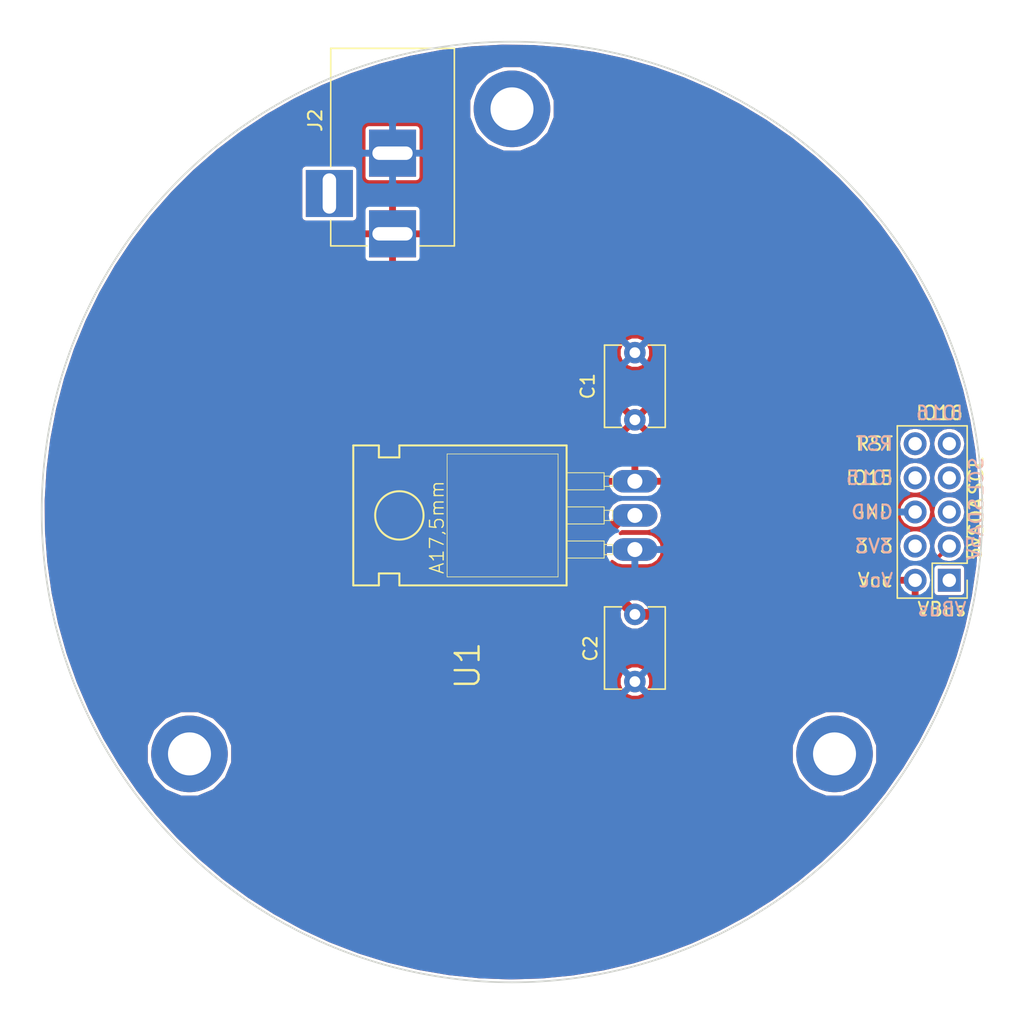
<source format=kicad_pcb>
(kicad_pcb (version 20171130) (host pcbnew "(5.0.2)-1")

  (general
    (thickness 1.6002)
    (drawings 22)
    (tracks 9)
    (zones 0)
    (modules 9)
    (nets 12)
  )

  (page A4)
  (layers
    (0 F.Cu signal)
    (31 B.Cu signal)
    (34 B.Paste user)
    (35 F.Paste user)
    (36 B.SilkS user)
    (37 F.SilkS user)
    (38 B.Mask user)
    (39 F.Mask user)
    (44 Edge.Cuts user)
  )

  (setup
    (last_trace_width 0.254)
    (user_trace_width 0.1524)
    (user_trace_width 0.2)
    (user_trace_width 0.25)
    (user_trace_width 0.3)
    (user_trace_width 0.4)
    (user_trace_width 0.5)
    (user_trace_width 0.8)
    (user_trace_width 1.4)
    (trace_clearance 0.254)
    (zone_clearance 0.1524)
    (zone_45_only no)
    (trace_min 0.1524)
    (segment_width 0.127)
    (edge_width 0.127)
    (via_size 0.6858)
    (via_drill 0.3302)
    (via_min_size 0.6858)
    (via_min_drill 0.3302)
    (uvia_size 0.508)
    (uvia_drill 0.127)
    (uvias_allowed no)
    (uvia_min_size 0.508)
    (uvia_min_drill 0.127)
    (pcb_text_width 0.127)
    (pcb_text_size 0.6 0.6)
    (mod_edge_width 0.127)
    (mod_text_size 0.6 0.6)
    (mod_text_width 0.127)
    (pad_size 1.524 1.524)
    (pad_drill 0.762)
    (pad_to_mask_clearance 0.05)
    (solder_mask_min_width 0.25)
    (pad_to_paste_clearance -0.04)
    (aux_axis_origin 0 0)
    (grid_origin 160 100)
    (visible_elements 7FFFFF7F)
    (pcbplotparams
      (layerselection 0x00008_00000000)
      (usegerberextensions true)
      (usegerberattributes true)
      (usegerberadvancedattributes false)
      (creategerberjobfile false)
      (excludeedgelayer true)
      (linewidth 0.127000)
      (plotframeref false)
      (viasonmask false)
      (mode 1)
      (useauxorigin false)
      (hpglpennumber 1)
      (hpglpenspeed 20)
      (hpglpendiameter 15.000000)
      (psnegative false)
      (psa4output false)
      (plotreference true)
      (plotvalue true)
      (plotinvisibletext false)
      (padsonsilk false)
      (subtractmaskfromsilk false)
      (outputformat 1)
      (mirror false)
      (drillshape 0)
      (scaleselection 1)
      (outputdirectory "CAM/"))
  )

  (net 0 "")
  (net 1 GND)
  (net 2 /VCC)
  (net 3 /5V)
  (net 4 /VBus)
  (net 5 /GPIO15)
  (net 6 +3V3)
  (net 7 /SDA)
  (net 8 /SCL)
  (net 9 /GPIO16)
  (net 10 /RST)
  (net 11 "Net-(J2-Pad3)")

  (net_class Default "Imperial - this is the standard class"
    (clearance 0.254)
    (trace_width 0.254)
    (via_dia 0.6858)
    (via_drill 0.3302)
    (uvia_dia 0.508)
    (uvia_drill 0.127)
    (add_net +3V3)
    (add_net /5V)
    (add_net /GPIO15)
    (add_net /GPIO16)
    (add_net /RST)
    (add_net /SCL)
    (add_net /SDA)
    (add_net /VBus)
    (add_net /VCC)
    (add_net GND)
    (add_net "Net-(J2-Pad3)")
  )

  (net_class 0.2mm ""
    (clearance 0.2)
    (trace_width 0.2)
    (via_dia 0.6858)
    (via_drill 0.3302)
    (uvia_dia 0.508)
    (uvia_drill 0.127)
  )

  (net_class Minimal ""
    (clearance 0.1524)
    (trace_width 0.1524)
    (via_dia 0.6858)
    (via_drill 0.3302)
    (uvia_dia 0.508)
    (uvia_drill 0.127)
  )

  (module Pin_Headers:Pin_Header_Straight_2x05_Pitch2.54mm (layer F.Cu) (tedit 5AA5C652) (tstamp 5AA76A78)
    (at 192.54 105.08 180)
    (descr "Through hole straight pin header, 2x05, 2.54mm pitch, double rows")
    (tags "Through hole pin header THT 2x05 2.54mm double row")
    (path /5AA1EF61)
    (fp_text reference J1 (at 1.27 -2.33 180) (layer F.SilkS) hide
      (effects (font (size 1 1) (thickness 0.15)))
    )
    (fp_text value Expansion (at 1.27 12.49 180) (layer F.Fab)
      (effects (font (size 1 1) (thickness 0.15)))
    )
    (fp_line (start 0 -1.27) (end 3.81 -1.27) (layer F.Fab) (width 0.1))
    (fp_line (start 3.81 -1.27) (end 3.81 11.43) (layer F.Fab) (width 0.1))
    (fp_line (start 3.81 11.43) (end -1.27 11.43) (layer F.Fab) (width 0.1))
    (fp_line (start -1.27 11.43) (end -1.27 0) (layer F.Fab) (width 0.1))
    (fp_line (start -1.27 0) (end 0 -1.27) (layer F.Fab) (width 0.1))
    (fp_line (start -1.33 11.49) (end 3.87 11.49) (layer F.SilkS) (width 0.12))
    (fp_line (start -1.33 1.27) (end -1.33 11.49) (layer F.SilkS) (width 0.12))
    (fp_line (start 3.87 -1.33) (end 3.87 11.49) (layer F.SilkS) (width 0.12))
    (fp_line (start -1.33 1.27) (end 1.27 1.27) (layer F.SilkS) (width 0.12))
    (fp_line (start 1.27 1.27) (end 1.27 -1.33) (layer F.SilkS) (width 0.12))
    (fp_line (start 1.27 -1.33) (end 3.87 -1.33) (layer F.SilkS) (width 0.12))
    (fp_line (start -1.33 0) (end -1.33 -1.33) (layer F.SilkS) (width 0.12))
    (fp_line (start -1.33 -1.33) (end 0 -1.33) (layer F.SilkS) (width 0.12))
    (fp_line (start -1.8 -1.8) (end -1.8 11.95) (layer F.CrtYd) (width 0.05))
    (fp_line (start -1.8 11.95) (end 4.35 11.95) (layer F.CrtYd) (width 0.05))
    (fp_line (start 4.35 11.95) (end 4.35 -1.8) (layer F.CrtYd) (width 0.05))
    (fp_line (start 4.35 -1.8) (end -1.8 -1.8) (layer F.CrtYd) (width 0.05))
    (fp_text user %R (at 1.27 5.08 270) (layer F.Fab)
      (effects (font (size 1 1) (thickness 0.15)))
    )
    (pad 1 thru_hole rect (at 0 0 180) (size 1.7 1.7) (drill 1) (layers *.Cu *.Mask)
      (net 4 /VBus))
    (pad 2 thru_hole oval (at 2.54 0 180) (size 1.7 1.7) (drill 1) (layers *.Cu *.Mask)
      (net 2 /VCC))
    (pad 3 thru_hole oval (at 0 2.54 180) (size 1.7 1.7) (drill 1) (layers *.Cu *.Mask)
      (net 3 /5V))
    (pad 4 thru_hole oval (at 2.54 2.54 180) (size 1.7 1.7) (drill 1) (layers *.Cu *.Mask)
      (net 6 +3V3))
    (pad 5 thru_hole oval (at 0 5.08 180) (size 1.7 1.7) (drill 1) (layers *.Cu *.Mask)
      (net 7 /SDA))
    (pad 6 thru_hole oval (at 2.54 5.08 180) (size 1.7 1.7) (drill 1) (layers *.Cu *.Mask)
      (net 1 GND))
    (pad 7 thru_hole oval (at 0 7.62 180) (size 1.7 1.7) (drill 1) (layers *.Cu *.Mask)
      (net 8 /SCL))
    (pad 8 thru_hole oval (at 2.54 7.62 180) (size 1.7 1.7) (drill 1) (layers *.Cu *.Mask)
      (net 5 /GPIO15))
    (pad 9 thru_hole oval (at 0 10.16 180) (size 1.7 1.7) (drill 1) (layers *.Cu *.Mask)
      (net 9 /GPIO16))
    (pad 10 thru_hole oval (at 2.54 10.16 180) (size 1.7 1.7) (drill 1) (layers *.Cu *.Mask)
      (net 10 /RST))
    (model ${KISYS3DMOD}/Pin_Headers.3dshapes/Pin_Header_Straight_2x05_Pitch2.54mm.wrl
      (at (xyz 0 0 0))
      (scale (xyz 1 1 1))
      (rotate (xyz 0 0 0))
    )
  )

  (module Mounting_Holes:MountingHole_3.2mm_M3_ISO7380_Pad locked (layer F.Cu) (tedit 5AA5985C) (tstamp 5AA35EA1)
    (at 160 70)
    (descr "Mounting Hole 3.2mm, M3, ISO7380")
    (tags "mounting hole 3.2mm m3 iso7380")
    (attr virtual)
    (fp_text reference REF** (at 0 -3.85) (layer F.SilkS) hide
      (effects (font (size 1 1) (thickness 0.15)))
    )
    (fp_text value MountingHole_3.2mm_M3_ISO7380_Pad (at 0 3.85) (layer F.Fab)
      (effects (font (size 1 1) (thickness 0.15)))
    )
    (fp_text user %R (at 0.3 0) (layer F.Fab)
      (effects (font (size 1 1) (thickness 0.15)))
    )
    (fp_circle (center 0 0) (end 2.85 0) (layer Cmts.User) (width 0.15))
    (fp_circle (center 0 0) (end 3.1 0) (layer F.CrtYd) (width 0.05))
    (pad 1 thru_hole circle (at 0 0) (size 5.7 5.7) (drill 3.2) (layers *.Cu *.Mask))
  )

  (module Mounting_Holes:MountingHole_3.2mm_M3_ISO7380_Pad locked (layer F.Cu) (tedit 5AA59862) (tstamp 5AA35EBB)
    (at 184 118)
    (descr "Mounting Hole 3.2mm, M3, ISO7380")
    (tags "mounting hole 3.2mm m3 iso7380")
    (attr virtual)
    (fp_text reference REF** (at 0 -3.85) (layer F.SilkS) hide
      (effects (font (size 1 1) (thickness 0.15)))
    )
    (fp_text value MountingHole_3.2mm_M3_ISO7380_Pad (at 0 3.85) (layer F.Fab)
      (effects (font (size 1 1) (thickness 0.15)))
    )
    (fp_text user %R (at 0.3 0) (layer F.Fab)
      (effects (font (size 1 1) (thickness 0.15)))
    )
    (fp_circle (center 0 0) (end 2.85 0) (layer Cmts.User) (width 0.15))
    (fp_circle (center 0 0) (end 3.1 0) (layer F.CrtYd) (width 0.05))
    (pad 1 thru_hole circle (at 0 0) (size 5.7 5.7) (drill 3.2) (layers *.Cu *.Mask))
  )

  (module Mounting_Holes:MountingHole_3.2mm_M3_ISO7380_Pad locked (layer F.Cu) (tedit 5AA59869) (tstamp 5AA35EC8)
    (at 136 118)
    (descr "Mounting Hole 3.2mm, M3, ISO7380")
    (tags "mounting hole 3.2mm m3 iso7380")
    (attr virtual)
    (fp_text reference REF** (at 0 -3.85) (layer F.SilkS) hide
      (effects (font (size 1 1) (thickness 0.15)))
    )
    (fp_text value MountingHole_3.2mm_M3_ISO7380_Pad (at 0 3.85) (layer F.Fab)
      (effects (font (size 1 1) (thickness 0.15)))
    )
    (fp_text user %R (at 0.3 0) (layer F.Fab)
      (effects (font (size 1 1) (thickness 0.15)))
    )
    (fp_circle (center 0 0) (end 2.85 0) (layer Cmts.User) (width 0.15))
    (fp_circle (center 0 0) (end 3.1 0) (layer F.CrtYd) (width 0.05))
    (pad 1 thru_hole circle (at 0 0) (size 5.7 5.7) (drill 3.2) (layers *.Cu *.Mask))
  )

  (module logos:mermaid_l (layer B.Cu) (tedit 0) (tstamp 5AA5B07D)
    (at 138.791 86.919 180)
    (fp_text reference G*** (at 0 0 180) (layer B.SilkS) hide
      (effects (font (size 1.524 1.524) (thickness 0.3)) (justify mirror))
    )
    (fp_text value LOGO (at 0.75 0 180) (layer B.SilkS) hide
      (effects (font (size 1.524 1.524) (thickness 0.3)) (justify mirror))
    )
    (fp_poly (pts (xy 0.016811 3.773536) (xy 0.035492 3.771585) (xy 0.039687 3.770741) (xy 0.079417 3.757244)
      (xy 0.111324 3.737775) (xy 0.124832 3.725513) (xy 0.142677 3.704599) (xy 0.153161 3.684612)
      (xy 0.15793 3.661447) (xy 0.15875 3.64097) (xy 0.158058 3.61993) (xy 0.155124 3.604749)
      (xy 0.148654 3.590748) (xy 0.141938 3.580059) (xy 0.122141 3.557766) (xy 0.098998 3.544256)
      (xy 0.074141 3.539962) (xy 0.049199 3.545313) (xy 0.036501 3.55221) (xy 0.025568 3.560763)
      (xy 0.019906 3.570026) (xy 0.017449 3.584153) (xy 0.016932 3.59157) (xy 0.016648 3.608477)
      (xy 0.018904 3.618133) (xy 0.024587 3.623743) (xy 0.026084 3.624592) (xy 0.039465 3.627784)
      (xy 0.050441 3.626922) (xy 0.059967 3.622881) (xy 0.061919 3.615123) (xy 0.060823 3.608777)
      (xy 0.060289 3.596153) (xy 0.064906 3.590901) (xy 0.073078 3.592235) (xy 0.083211 3.599369)
      (xy 0.093713 3.61152) (xy 0.102989 3.6279) (xy 0.103896 3.629997) (xy 0.108418 3.643365)
      (xy 0.108287 3.6547) (xy 0.103467 3.669685) (xy 0.087643 3.698859) (xy 0.064252 3.721926)
      (xy 0.050164 3.731216) (xy 0.036916 3.737802) (xy 0.022748 3.741623) (xy 0.004134 3.743365)
      (xy -0.014288 3.743716) (xy -0.040147 3.742911) (xy -0.057394 3.740394) (xy -0.064294 3.73724)
      (xy -0.073648 3.731439) (xy -0.077728 3.730626) (xy -0.088165 3.726605) (xy -0.102163 3.716065)
      (xy -0.117406 3.701291) (xy -0.131579 3.684564) (xy -0.142367 3.668169) (xy -0.143717 3.665542)
      (xy -0.151883 3.648712) (xy -0.159332 3.633251) (xy -0.163088 3.620111) (xy -0.165384 3.598867)
      (xy -0.16631 3.568514) (xy -0.166318 3.553876) (xy -0.166026 3.5265) (xy -0.165145 3.506715)
      (xy -0.163111 3.491529) (xy -0.159359 3.477949) (xy -0.153324 3.462983) (xy -0.14625 3.447521)
      (xy -0.121753 3.405235) (xy -0.0903 3.36927) (xy -0.051325 3.33924) (xy -0.004264 3.314759)
      (xy 0.051447 3.295441) (xy 0.089958 3.28602) (xy 0.119366 3.282227) (xy 0.156195 3.281263)
      (xy 0.197719 3.282946) (xy 0.241212 3.28709) (xy 0.283951 3.293513) (xy 0.321687 3.301638)
      (xy 0.342155 3.307861) (xy 0.360849 3.315263) (xy 0.376278 3.322945) (xy 0.386953 3.330006)
      (xy 0.391385 3.335547) (xy 0.388082 3.338667) (xy 0.383597 3.339042) (xy 0.373649 3.342219)
      (xy 0.357833 3.350734) (xy 0.338335 3.36306) (xy 0.317344 3.377673) (xy 0.297047 3.393046)
      (xy 0.279632 3.407655) (xy 0.267286 3.419973) (xy 0.26692 3.420407) (xy 0.246827 3.446164)
      (xy 0.232225 3.469838) (xy 0.221889 3.494463) (xy 0.214597 3.523071) (xy 0.209127 3.558694)
      (xy 0.208269 3.565849) (xy 0.208225 3.599519) (xy 0.214696 3.635439) (xy 0.226608 3.670269)
      (xy 0.242885 3.700666) (xy 0.257355 3.718587) (xy 0.284712 3.739246) (xy 0.316451 3.752322)
      (xy 0.350326 3.757709) (xy 0.384089 3.755304) (xy 0.415495 3.745003) (xy 0.441854 3.727116)
      (xy 0.456743 3.708989) (xy 0.464158 3.687733) (xy 0.465666 3.667574) (xy 0.46447 3.649678)
      (xy 0.459418 3.636679) (xy 0.44831 3.623019) (xy 0.447843 3.622523) (xy 0.432662 3.60928)
      (xy 0.418526 3.60395) (xy 0.413448 3.603625) (xy 0.394908 3.608269) (xy 0.381565 3.620647)
      (xy 0.375782 3.638431) (xy 0.375708 3.640833) (xy 0.378805 3.655072) (xy 0.386689 3.660815)
      (xy 0.397247 3.657238) (xy 0.40302 3.65151) (xy 0.411119 3.643576) (xy 0.417703 3.64383)
      (xy 0.420717 3.645984) (xy 0.426691 3.656909) (xy 0.428309 3.673525) (xy 0.425542 3.691863)
      (xy 0.421138 3.703294) (xy 0.410709 3.716673) (xy 0.399156 3.725521) (xy 0.381042 3.731036)
      (xy 0.358057 3.732598) (xy 0.335132 3.730244) (xy 0.318905 3.724949) (xy 0.298369 3.711409)
      (xy 0.278961 3.693672) (xy 0.264484 3.675356) (xy 0.26187 3.670693) (xy 0.258107 3.658302)
      (xy 0.255508 3.640465) (xy 0.254155 3.620218) (xy 0.254128 3.6006) (xy 0.25551 3.584648)
      (xy 0.258381 3.5754) (xy 0.259291 3.574521) (xy 0.263387 3.567227) (xy 0.264583 3.558334)
      (xy 0.266434 3.54854) (xy 0.269875 3.545417) (xy 0.274956 3.541344) (xy 0.275166 3.539772)
      (xy 0.278369 3.532005) (xy 0.286651 3.519125) (xy 0.298022 3.503894) (xy 0.310492 3.489074)
      (xy 0.315691 3.483521) (xy 0.332808 3.469181) (xy 0.356966 3.453086) (xy 0.385192 3.436898)
      (xy 0.41451 3.422278) (xy 0.441945 3.410886) (xy 0.451563 3.407656) (xy 0.513508 3.39253)
      (xy 0.572008 3.386659) (xy 0.6285 3.390216) (xy 0.684423 3.403376) (xy 0.741216 3.42631)
      (xy 0.78052 3.447259) (xy 0.817352 3.46804) (xy 0.848125 3.483558) (xy 0.875501 3.494552)
      (xy 0.902139 3.501759) (xy 0.9307 3.505917) (xy 0.963843 3.507764) (xy 0.999762 3.50806)
      (xy 1.029829 3.507596) (xy 1.058475 3.506543) (xy 1.08289 3.505047) (xy 1.100268 3.50325)
      (xy 1.103312 3.502746) (xy 1.124251 3.498943) (xy 1.148566 3.494739) (xy 1.16152 3.492588)
      (xy 1.183437 3.488718) (xy 1.205109 3.484407) (xy 1.21576 3.482026) (xy 1.242534 3.475574)
      (xy 1.261268 3.470981) (xy 1.27422 3.467665) (xy 1.283649 3.465044) (xy 1.29181 3.462534)
      (xy 1.293812 3.46189) (xy 1.330054 3.447173) (xy 1.362613 3.428217) (xy 1.390124 3.406284)
      (xy 1.411222 3.382636) (xy 1.42454 3.358536) (xy 1.428749 3.337087) (xy 1.430965 3.31796)
      (xy 1.436932 3.293293) (xy 1.445634 3.266996) (xy 1.4496 3.257021) (xy 1.460028 3.223921)
      (xy 1.465344 3.188889) (xy 1.465701 3.173183) (xy 1.465206 3.152449) (xy 1.465622 3.140318)
      (xy 1.467505 3.134815) (xy 1.471411 3.133966) (xy 1.476375 3.135313) (xy 1.485246 3.136563)
      (xy 1.485546 3.132317) (xy 1.477379 3.123141) (xy 1.473497 3.119686) (xy 1.464568 3.110292)
      (xy 1.463129 3.101507) (xy 1.465406 3.093994) (xy 1.472998 3.082438) (xy 1.485846 3.06985)
      (xy 1.491895 3.065257) (xy 1.507592 3.051442) (xy 1.513053 3.038041) (xy 1.508312 3.023896)
      (xy 1.493572 3.007997) (xy 1.481954 2.996879) (xy 1.477871 2.989625) (xy 1.480148 2.984092)
      (xy 1.480343 2.983889) (xy 1.48489 2.973373) (xy 1.486712 2.956585) (xy 1.485771 2.93749)
      (xy 1.482027 2.920051) (xy 1.481007 2.917281) (xy 1.468042 2.883178) (xy 1.459777 2.85676)
      (xy 1.455764 2.836468) (xy 1.455208 2.827306) (xy 1.451635 2.812089) (xy 1.440656 2.801224)
      (xy 1.433744 2.797314) (xy 1.425278 2.794661) (xy 1.41333 2.793085) (xy 1.395971 2.79241)
      (xy 1.371273 2.792457) (xy 1.349375 2.792809) (xy 1.31873 2.793255) (xy 1.296659 2.793112)
      (xy 1.281157 2.792186) (xy 1.270221 2.790279) (xy 1.261849 2.787196) (xy 1.255447 2.783626)
      (xy 1.244268 2.774775) (xy 1.238474 2.766405) (xy 1.23825 2.764974) (xy 1.235863 2.757876)
      (xy 1.233805 2.756959) (xy 1.229201 2.752098) (xy 1.223916 2.739092) (xy 1.218503 2.720308)
      (xy 1.213515 2.698112) (xy 1.209506 2.674871) (xy 1.207028 2.652951) (xy 1.2065 2.640132)
      (xy 1.207874 2.614203) (xy 1.211589 2.582523) (xy 1.217032 2.549504) (xy 1.222776 2.522803)
      (xy 1.235661 2.473043) (xy 1.247332 2.433315) (xy 1.257929 2.403156) (xy 1.259293 2.399771)
      (xy 1.264013 2.387513) (xy 1.269636 2.371955) (xy 1.270086 2.370667) (xy 1.278721 2.347809)
      (xy 1.289907 2.322021) (xy 1.304888 2.290463) (xy 1.308378 2.283355) (xy 1.317963 2.259043)
      (xy 1.323702 2.234224) (xy 1.325348 2.211548) (xy 1.322652 2.19366) (xy 1.317561 2.184909)
      (xy 1.307186 2.176016) (xy 1.292853 2.165074) (xy 1.277255 2.153968) (xy 1.263087 2.144581)
      (xy 1.253044 2.138797) (xy 1.250232 2.137834) (xy 1.242386 2.13401) (xy 1.231208 2.124466)
      (xy 1.219519 2.11209) (xy 1.21014 2.099773) (xy 1.206613 2.093154) (xy 1.204218 2.073293)
      (xy 1.210459 2.048342) (xy 1.211685 2.04523) (xy 1.220793 2.023791) (xy 1.23213 1.998543)
      (xy 1.244765 1.971403) (xy 1.257766 1.944284) (xy 1.270202 1.9191) (xy 1.281142 1.897767)
      (xy 1.289653 1.882198) (xy 1.294804 1.874308) (xy 1.294911 1.874195) (xy 1.300737 1.866426)
      (xy 1.30175 1.863411) (xy 1.305702 1.855954) (xy 1.316422 1.843726) (xy 1.332206 1.828296)
      (xy 1.351351 1.811235) (xy 1.372151 1.794113) (xy 1.392903 1.778501) (xy 1.397 1.775628)
      (xy 1.412481 1.764474) (xy 1.432822 1.749179) (xy 1.456251 1.731147) (xy 1.480994 1.711783)
      (xy 1.505277 1.692489) (xy 1.527327 1.674669) (xy 1.54537 1.659728) (xy 1.557633 1.649068)
      (xy 1.561041 1.645785) (xy 1.566531 1.641261) (xy 1.577559 1.632846) (xy 1.584854 1.62743)
      (xy 1.599074 1.616479) (xy 1.610642 1.606732) (xy 1.613958 1.603563) (xy 1.621166 1.597319)
      (xy 1.63503 1.586326) (xy 1.653625 1.57203) (xy 1.675029 1.555881) (xy 1.697317 1.539326)
      (xy 1.718566 1.523814) (xy 1.736854 1.510793) (xy 1.740958 1.507944) (xy 1.75542 1.497422)
      (xy 1.767734 1.487559) (xy 1.769672 1.48584) (xy 1.781335 1.477351) (xy 1.789516 1.473434)
      (xy 1.797549 1.469117) (xy 1.799166 1.466423) (xy 1.803588 1.462135) (xy 1.814535 1.456503)
      (xy 1.817687 1.455209) (xy 1.829662 1.449593) (xy 1.835937 1.444862) (xy 1.836208 1.4441)
      (xy 1.840779 1.440501) (xy 1.852852 1.434525) (xy 1.869967 1.42737) (xy 1.872824 1.426267)
      (xy 1.88894 1.420424) (xy 1.902804 1.416562) (xy 1.917198 1.414357) (xy 1.934907 1.413483)
      (xy 1.958714 1.413615) (xy 1.977334 1.414048) (xy 2.011477 1.415666) (xy 2.050591 1.418652)
      (xy 2.089221 1.422539) (xy 2.114726 1.425785) (xy 2.14488 1.42989) (xy 2.16751 1.432256)
      (xy 2.18552 1.432964) (xy 2.201812 1.432095) (xy 2.219288 1.429731) (xy 2.224528 1.428856)
      (xy 2.245404 1.424861) (xy 2.257747 1.421152) (xy 2.263552 1.416902) (xy 2.264833 1.412127)
      (xy 2.263508 1.406717) (xy 2.257986 1.403732) (xy 2.245944 1.402491) (xy 2.231409 1.402292)
      (xy 2.207764 1.401303) (xy 2.182238 1.398663) (xy 2.158033 1.394866) (xy 2.138355 1.390404)
      (xy 2.12725 1.386276) (xy 2.123304 1.383434) (xy 2.123829 1.381057) (xy 2.130164 1.378752)
      (xy 2.143652 1.376125) (xy 2.165634 1.37278) (xy 2.180166 1.370725) (xy 2.208747 1.366286)
      (xy 2.230983 1.361492) (xy 2.251087 1.355226) (xy 2.27327 1.34637) (xy 2.275416 1.345449)
      (xy 2.291879 1.337058) (xy 2.307873 1.326809) (xy 2.32072 1.316668) (xy 2.327745 1.308602)
      (xy 2.328333 1.306591) (xy 2.323743 1.304335) (xy 2.312281 1.304011) (xy 2.297402 1.305252)
      (xy 2.282566 1.307694) (xy 2.271229 1.31097) (xy 2.267743 1.312991) (xy 2.258675 1.31683)
      (xy 2.251604 1.317626) (xy 2.239817 1.320172) (xy 2.234786 1.323331) (xy 2.225761 1.326846)
      (xy 2.213884 1.326984) (xy 2.204136 1.325219) (xy 2.204029 1.323129) (xy 2.20927 1.320799)
      (xy 2.23606 1.310129) (xy 2.25511 1.301894) (xy 2.268643 1.294964) (xy 2.278885 1.288209)
      (xy 2.287322 1.281169) (xy 2.296853 1.2715) (xy 2.301715 1.264499) (xy 2.301875 1.263719)
      (xy 2.297454 1.259587) (xy 2.285098 1.260225) (xy 2.266162 1.265338) (xy 2.242005 1.274631)
      (xy 2.232778 1.27872) (xy 2.210862 1.287938) (xy 2.195226 1.292907) (xy 2.186673 1.293593)
      (xy 2.186011 1.289959) (xy 2.194044 1.28197) (xy 2.19612 1.28034) (xy 2.207237 1.273141)
      (xy 2.215319 1.270118) (xy 2.221801 1.265714) (xy 2.226876 1.256324) (xy 2.227791 1.251047)
      (xy 2.223516 1.248302) (xy 2.212505 1.249392) (xy 2.197482 1.253408) (xy 2.181171 1.259436)
      (xy 2.166296 1.266566) (xy 2.15558 1.273887) (xy 2.153708 1.275833) (xy 2.146702 1.280288)
      (xy 2.132687 1.286789) (xy 2.114695 1.294037) (xy 2.095756 1.300732) (xy 2.095124 1.300937)
      (xy 2.07869 1.304461) (xy 2.057774 1.306667) (xy 2.046312 1.307042) (xy 2.028903 1.306558)
      (xy 2.018807 1.304253) (xy 2.012768 1.298853) (xy 2.009183 1.29249) (xy 2.005287 1.278785)
      (xy 2.008579 1.265874) (xy 2.019902 1.252443) (xy 2.040101 1.237179) (xy 2.048014 1.232048)
      (xy 2.069352 1.218173) (xy 2.083328 1.207722) (xy 2.091758 1.198848) (xy 2.096459 1.189706)
      (xy 2.098878 1.180349) (xy 2.099775 1.168122) (xy 2.095521 1.163627) (xy 2.094838 1.16354)
      (xy 2.077123 1.165005) (xy 2.064663 1.173081) (xy 2.054291 1.180457) (xy 2.036679 1.190046)
      (xy 2.014573 1.20055) (xy 1.990717 1.210671) (xy 1.967857 1.219114) (xy 1.965854 1.219776)
      (xy 1.928101 1.233609) (xy 1.898307 1.248381) (xy 1.87387 1.26573) (xy 1.852189 1.287294)
      (xy 1.844908 1.29597) (xy 1.82922 1.314316) (xy 1.813605 1.330793) (xy 1.80082 1.342542)
      (xy 1.797992 1.344686) (xy 1.786309 1.353213) (xy 1.778836 1.359346) (xy 1.778 1.360236)
      (xy 1.771224 1.365606) (xy 1.75693 1.374794) (xy 1.736985 1.386729) (xy 1.713259 1.400343)
      (xy 1.687619 1.414565) (xy 1.661936 1.428326) (xy 1.638076 1.440557) (xy 1.635125 1.442019)
      (xy 1.587553 1.46584) (xy 1.546283 1.487396) (xy 1.507857 1.50852) (xy 1.481666 1.52353)
      (xy 1.464862 1.532936) (xy 1.450648 1.540248) (xy 1.443302 1.543429) (xy 1.435482 1.548118)
      (xy 1.434041 1.551076) (xy 1.429946 1.555562) (xy 1.42835 1.55575) (xy 1.421455 1.558368)
      (xy 1.407463 1.565519) (xy 1.388265 1.576151) (xy 1.365753 1.589212) (xy 1.341819 1.60365)
      (xy 1.338081 1.605957) (xy 1.328838 1.611626) (xy 1.314356 1.620452) (xy 1.303686 1.626934)
      (xy 1.289183 1.635949) (xy 1.278713 1.64286) (xy 1.275291 1.645485) (xy 1.269816 1.650117)
      (xy 1.258818 1.65865) (xy 1.251479 1.66417) (xy 1.234056 1.677274) (xy 1.220686 1.687881)
      (xy 1.208649 1.698391) (xy 1.195222 1.711206) (xy 1.177684 1.728725) (xy 1.173427 1.733021)
      (xy 1.154691 1.753203) (xy 1.136473 1.774958) (xy 1.121826 1.794574) (xy 1.117957 1.80049)
      (xy 1.107458 1.815879) (xy 1.098096 1.826821) (xy 1.091977 1.830917) (xy 1.085418 1.828569)
      (xy 1.084785 1.826948) (xy 1.081627 1.820717) (xy 1.073818 1.810294) (xy 1.071556 1.807605)
      (xy 1.063024 1.796859) (xy 1.058535 1.789598) (xy 1.058333 1.788759) (xy 1.055116 1.78268)
      (xy 1.048847 1.77503) (xy 1.038358 1.760344) (xy 1.026121 1.737991) (xy 1.013216 1.710506)
      (xy 1.00072 1.680421) (xy 0.989714 1.650268) (xy 0.981275 1.622581) (xy 0.977986 1.608667)
      (xy 0.968972 1.562362) (xy 0.962328 1.523365) (xy 0.95779 1.488735) (xy 0.955093 1.45553)
      (xy 0.953972 1.420809) (xy 0.954162 1.38163) (xy 0.954874 1.352021) (xy 0.955956 1.318336)
      (xy 0.957154 1.287144) (xy 0.958377 1.260422) (xy 0.959534 1.240144) (xy 0.960534 1.228284)
      (xy 0.960617 1.227667) (xy 0.961429 1.217554) (xy 0.962358 1.198447) (xy 0.96335 1.171939)
      (xy 0.964353 1.139617) (xy 0.96531 1.103071) (xy 0.96617 1.063891) (xy 0.966176 1.063625)
      (xy 0.966988 1.016579) (xy 0.967314 0.977779) (xy 0.967075 0.9449) (xy 0.96619 0.915612)
      (xy 0.964579 0.887587) (xy 0.962164 0.858498) (xy 0.958863 0.826017) (xy 0.95765 0.814917)
      (xy 0.951084 0.75682) (xy 0.945176 0.707679) (xy 0.939682 0.665903) (xy 0.934356 0.629902)
      (xy 0.928956 0.598088) (xy 0.923235 0.56887) (xy 0.916949 0.54066) (xy 0.912885 0.523875)
      (xy 0.906794 0.498662) (xy 0.901413 0.475129) (xy 0.897462 0.456489) (xy 0.895973 0.44834)
      (xy 0.892856 0.434708) (xy 0.889085 0.426281) (xy 0.888285 0.425538) (xy 0.884592 0.418555)
      (xy 0.883669 0.411115) (xy 0.882028 0.401383) (xy 0.877635 0.38436) (xy 0.871226 0.362746)
      (xy 0.866028 0.346605) (xy 0.857767 0.321534) (xy 0.84996 0.297435) (xy 0.843739 0.277819)
      (xy 0.841302 0.269875) (xy 0.836378 0.25453) (xy 0.832191 0.243342) (xy 0.830942 0.240771)
      (xy 0.827336 0.232696) (xy 0.822295 0.21902) (xy 0.820702 0.214313) (xy 0.81395 0.195276)
      (xy 0.806669 0.176625) (xy 0.80583 0.174625) (xy 0.798972 0.158321) (xy 0.792944 0.14374)
      (xy 0.792593 0.142875) (xy 0.786649 0.129107) (xy 0.782549 0.120458) (xy 0.778574 0.110063)
      (xy 0.777875 0.105842) (xy 0.775639 0.099184) (xy 0.769428 0.084596) (xy 0.759982 0.063622)
      (xy 0.748042 0.037806) (xy 0.734349 0.008691) (xy 0.719644 -0.022178) (xy 0.704668 -0.053257)
      (xy 0.690162 -0.083002) (xy 0.676867 -0.10987) (xy 0.665523 -0.132316) (xy 0.656873 -0.148797)
      (xy 0.651656 -0.157769) (xy 0.650888 -0.15875) (xy 0.64704 -0.164585) (xy 0.640139 -0.176579)
      (xy 0.635415 -0.185208) (xy 0.622667 -0.207639) (xy 0.605809 -0.235506) (xy 0.586295 -0.266573)
      (xy 0.565581 -0.298607) (xy 0.545121 -0.329373) (xy 0.52637 -0.356639) (xy 0.510784 -0.378168)
      (xy 0.504464 -0.386291) (xy 0.49882 -0.393433) (xy 0.48822 -0.406992) (xy 0.474188 -0.425014)
      (xy 0.458423 -0.445321) (xy 0.386268 -0.531586) (xy 0.305323 -0.615902) (xy 0.217382 -0.696433)
      (xy 0.193138 -0.716902) (xy 0.177764 -0.729736) (xy 0.165728 -0.739925) (xy 0.159212 -0.745619)
      (xy 0.15875 -0.74607) (xy 0.15364 -0.750212) (xy 0.141905 -0.75919) (xy 0.125441 -0.771566)
      (xy 0.111125 -0.782215) (xy 0.091503 -0.796811) (xy 0.074346 -0.809688) (xy 0.061903 -0.819151)
      (xy 0.057234 -0.822811) (xy 0.046348 -0.830914) (xy 0.033422 -0.839659) (xy 0.019429 -0.849492)
      (xy 0.008262 -0.85853) (xy -0.00115 -0.865562) (xy -0.006772 -0.867833) (xy -0.013177 -0.871028)
      (xy -0.024494 -0.879231) (xy -0.033185 -0.886354) (xy -0.046046 -0.896711) (xy -0.055853 -0.903433)
      (xy -0.059243 -0.904875) (xy -0.065136 -0.907527) (xy -0.076973 -0.9143) (xy -0.09191 -0.923419)
      (xy -0.107104 -0.933106) (xy -0.119711 -0.941585) (xy -0.126887 -0.947081) (xy -0.127 -0.947193)
      (xy -0.133129 -0.951521) (xy -0.142875 -0.957378) (xy -0.152011 -0.962765) (xy -0.168175 -0.972485)
      (xy -0.189376 -0.985333) (xy -0.213623 -1.000104) (xy -0.223801 -1.006326) (xy -0.247553 -1.020777)
      (xy -0.267952 -1.033032) (xy -0.283378 -1.04213) (xy -0.292207 -1.047106) (xy -0.293632 -1.04775)
      (xy -0.298902 -1.050229) (xy -0.310818 -1.056768) (xy -0.326931 -1.066017) (xy -0.328991 -1.067222)
      (xy -0.356603 -1.083148) (xy -0.386048 -1.099703) (xy -0.414493 -1.115327) (xy -0.439106 -1.128464)
      (xy -0.455084 -1.136599) (xy -0.467632 -1.14309) (xy -0.475484 -1.147821) (xy -0.47625 -1.148468)
      (xy -0.481786 -1.151903) (xy -0.494692 -1.158989) (xy -0.512891 -1.168607) (xy -0.529167 -1.177013)
      (xy -0.578322 -1.202179) (xy -0.622845 -1.225001) (xy -0.661951 -1.245075) (xy -0.694854 -1.261998)
      (xy -0.720769 -1.275365) (xy -0.73891 -1.284772) (xy -0.748492 -1.289816) (xy -0.748968 -1.290075)
      (xy -0.758048 -1.294813) (xy -0.773987 -1.302904) (xy -0.794153 -1.313017) (xy -0.80698 -1.3194)
      (xy -0.881231 -1.35675) (xy -0.94652 -1.390707) (xy -1.003734 -1.421745) (xy -1.05376 -1.450342)
      (xy -1.076855 -1.464177) (xy -1.090458 -1.471801) (xy -1.098021 -1.475597) (xy -1.105412 -1.479911)
      (xy -1.119579 -1.488876) (xy -1.138874 -1.501392) (xy -1.161647 -1.516359) (xy -1.18625 -1.532677)
      (xy -1.211035 -1.549246) (xy -1.234352 -1.564966) (xy -1.254552 -1.578737) (xy -1.269988 -1.58946)
      (xy -1.279009 -1.596033) (xy -1.280584 -1.5974) (xy -1.28583 -1.602217) (xy -1.296881 -1.611472)
      (xy -1.309688 -1.621833) (xy -1.369914 -1.675393) (xy -1.421218 -1.732685) (xy -1.463288 -1.79318)
      (xy -1.495811 -1.856346) (xy -1.518476 -1.921651) (xy -1.530971 -1.988566) (xy -1.532115 -2.00072)
      (xy -1.533533 -2.021291) (xy -1.533389 -2.03401) (xy -1.531178 -2.041555) (xy -1.526396 -2.046606)
      (xy -1.523028 -2.048937) (xy -1.508982 -2.055507) (xy -1.492365 -2.060056) (xy -1.492229 -2.060079)
      (xy -1.452691 -2.067475) (xy -1.418964 -2.075738) (xy -1.394355 -2.083271) (xy -1.372487 -2.090356)
      (xy -1.346337 -2.098616) (xy -1.322917 -2.10585) (xy -1.302468 -2.112199) (xy -1.284909 -2.117877)
      (xy -1.273608 -2.12179) (xy -1.272646 -2.122164) (xy -1.262724 -2.125949) (xy -1.246121 -2.132103)
      (xy -1.226116 -2.139411) (xy -1.222375 -2.140766) (xy -1.203039 -2.148094) (xy -1.187481 -2.154598)
      (xy -1.178496 -2.159093) (xy -1.177661 -2.159711) (xy -1.168071 -2.163984) (xy -1.164987 -2.164291)
      (xy -1.156849 -2.166561) (xy -1.141251 -2.172762) (xy -1.120145 -2.181983) (xy -1.095482 -2.193313)
      (xy -1.069213 -2.20584) (xy -1.043289 -2.218653) (xy -1.019661 -2.230841) (xy -1.002771 -2.240067)
      (xy -0.979183 -2.253619) (xy -0.954406 -2.268128) (xy -0.930964 -2.28209) (xy -0.911386 -2.293997)
      (xy -0.898196 -2.302344) (xy -0.897227 -2.302991) (xy -0.84537 -2.340492) (xy -0.792658 -2.383257)
      (xy -0.741528 -2.42907) (xy -0.694416 -2.475712) (xy -0.653759 -2.520968) (xy -0.642579 -2.534708)
      (xy -0.628634 -2.552018) (xy -0.616971 -2.565902) (xy -0.609232 -2.574434) (xy -0.607219 -2.576159)
      (xy -0.603295 -2.582213) (xy -0.60325 -2.582995) (xy -0.599953 -2.59017) (xy -0.592419 -2.599694)
      (xy -0.584795 -2.609595) (xy -0.573492 -2.626331) (xy -0.559985 -2.647494) (xy -0.545751 -2.670677)
      (xy -0.532266 -2.693472) (xy -0.521004 -2.713471) (xy -0.513442 -2.728265) (xy -0.512956 -2.729342)
      (xy -0.506925 -2.740667) (xy -0.501953 -2.746251) (xy -0.501417 -2.746375) (xy -0.497764 -2.750622)
      (xy -0.497417 -2.753524) (xy -0.495063 -2.76201) (xy -0.489037 -2.775934) (xy -0.484188 -2.785554)
      (xy -0.476676 -2.800966) (xy -0.471883 -2.81327) (xy -0.470959 -2.817651) (xy -0.468504 -2.82541)
      (xy -0.46699 -2.826631) (xy -0.463351 -2.832354) (xy -0.457475 -2.846051) (xy -0.450118 -2.865545)
      (xy -0.442034 -2.888659) (xy -0.433976 -2.913215) (xy -0.4267 -2.937036) (xy -0.420958 -2.957944)
      (xy -0.419645 -2.963333) (xy -0.414816 -2.982772) (xy -0.410227 -2.999259) (xy -0.40721 -3.008312)
      (xy -0.403349 -3.020934) (xy -0.400065 -3.036847) (xy -0.399977 -3.037416) (xy -0.397973 -3.049953)
      (xy -0.394675 -3.070065) (xy -0.390554 -3.094892) (xy -0.386442 -3.119437) (xy -0.382507 -3.145522)
      (xy -0.379552 -3.172135) (xy -0.377442 -3.20146) (xy -0.376041 -3.23568) (xy -0.375217 -3.276977)
      (xy -0.374941 -3.306237) (xy -0.374907 -3.341428) (xy -0.375253 -3.373114) (xy -0.375932 -3.399753)
      (xy -0.376895 -3.4198) (xy -0.378095 -3.431711) (xy -0.378888 -3.43429) (xy -0.385103 -3.433466)
      (xy -0.398593 -3.427213) (xy -0.41801 -3.416235) (xy -0.441209 -3.401752) (xy -0.483878 -3.374892)
      (xy -0.526415 -3.34985) (xy -0.571041 -3.325433) (xy -0.619976 -3.30045) (xy -0.67544 -3.27371)
      (xy -0.709084 -3.258031) (xy -0.744498 -3.241758) (xy -0.773275 -3.228687) (xy -0.794644 -3.21916)
      (xy -0.807839 -3.213522) (xy -0.812017 -3.212041) (xy -0.817473 -3.210007) (xy -0.830202 -3.204577)
      (xy -0.847855 -3.196764) (xy -0.855541 -3.193302) (xy -0.87586 -3.184131) (xy -0.893504 -3.176218)
      (xy -0.905456 -3.170914) (xy -0.907521 -3.170016) (xy -0.918356 -3.165316) (xy -0.934412 -3.158299)
      (xy -0.944563 -3.153846) (xy -0.976212 -3.140021) (xy -0.999364 -3.130101) (xy -1.015151 -3.123604)
      (xy -1.018646 -3.12224) (xy -1.034695 -3.115354) (xy -1.057193 -3.104752) (xy -1.083338 -3.091857)
      (xy -1.110325 -3.078089) (xy -1.135352 -3.064868) (xy -1.155614 -3.053616) (xy -1.164167 -3.048495)
      (xy -1.18064 -3.036718) (xy -1.199817 -3.020816) (xy -1.220061 -3.002427) (xy -1.239737 -2.983188)
      (xy -1.257209 -2.964736) (xy -1.27084 -2.948708) (xy -1.278994 -2.936743) (xy -1.280584 -2.931984)
      (xy -1.284494 -2.925639) (xy -1.284991 -2.925409) (xy -1.290019 -2.9202) (xy -1.298403 -2.9087)
      (xy -1.308276 -2.893826) (xy -1.317775 -2.878494) (xy -1.325035 -2.865619) (xy -1.32819 -2.858117)
      (xy -1.328209 -2.857838) (xy -1.332 -2.851529) (xy -1.332427 -2.851326) (xy -1.337013 -2.84591)
      (xy -1.344025 -2.834059) (xy -1.348297 -2.82575) (xy -1.354863 -2.813311) (xy -1.359169 -2.807024)
      (xy -1.360124 -2.807229) (xy -1.360267 -2.814002) (xy -1.360556 -2.829563) (xy -1.360961 -2.852114)
      (xy -1.361448 -2.879861) (xy -1.36193 -2.90777) (xy -1.363484 -2.959059) (xy -1.366614 -3.002125)
      (xy -1.371909 -3.039285) (xy -1.379955 -3.072855) (xy -1.391341 -3.105149) (xy -1.406655 -3.138482)
      (xy -1.426484 -3.175172) (xy -1.432473 -3.185583) (xy -1.441516 -3.200851) (xy -1.454792 -3.222887)
      (xy -1.470945 -3.249473) (xy -1.488616 -3.278392) (xy -1.506447 -3.307427) (xy -1.523079 -3.334361)
      (xy -1.537156 -3.356975) (xy -1.546782 -3.372217) (xy -1.556574 -3.387882) (xy -1.563588 -3.399817)
      (xy -1.566333 -3.405482) (xy -1.566334 -3.405513) (xy -1.569332 -3.411428) (xy -1.571875 -3.414671)
      (xy -1.578955 -3.424037) (xy -1.58836 -3.437955) (xy -1.598309 -3.453578) (xy -1.607021 -3.468061)
      (xy -1.612717 -3.478559) (xy -1.613959 -3.481937) (xy -1.617841 -3.488012) (xy -1.618012 -3.48809)
      (xy -1.62267 -3.49336) (xy -1.6306 -3.505128) (xy -1.640113 -3.520543) (xy -1.649522 -3.536754)
      (xy -1.657137 -3.550911) (xy -1.661271 -3.560162) (xy -1.661584 -3.56167) (xy -1.66483 -3.566534)
      (xy -1.665553 -3.566624) (xy -1.670608 -3.570852) (xy -1.67527 -3.57853) (xy -1.6797 -3.587499)
      (xy -1.687831 -3.603801) (xy -1.698602 -3.625313) (xy -1.710953 -3.649918) (xy -1.714283 -3.656541)
      (xy -1.728714 -3.685357) (xy -1.739369 -3.707018) (xy -1.747301 -3.723791) (xy -1.753561 -3.73794)
      (xy -1.759201 -3.751728) (xy -1.762834 -3.761052) (xy -1.768776 -3.776191) (xy -1.77226 -3.784864)
      (xy -1.776532 -3.796565) (xy -1.782292 -3.813799) (xy -1.786124 -3.825875) (xy -1.794107 -3.850123)
      (xy -1.800605 -3.864974) (xy -1.806629 -3.871317) (xy -1.813196 -3.870039) (xy -1.821317 -3.862026)
      (xy -1.823851 -3.858896) (xy -1.834996 -3.845041) (xy -1.845018 -3.832935) (xy -1.860304 -3.814747)
      (xy -1.871524 -3.80089) (xy -1.881557 -3.787711) (xy -1.892096 -3.773209) (xy -1.901907 -3.758672)
      (xy -1.908513 -3.747198) (xy -1.910292 -3.74234) (xy -1.913744 -3.735549) (xy -1.9147 -3.735034)
      (xy -1.920879 -3.728832) (xy -1.93058 -3.714612) (xy -1.942942 -3.693993) (xy -1.957108 -3.668592)
      (xy -1.972218 -3.640026) (xy -1.987415 -3.609913) (xy -2.001841 -3.579871) (xy -2.014636 -3.551517)
      (xy -2.02375 -3.529541) (xy -2.030337 -3.513335) (xy -2.036097 -3.500143) (xy -2.037835 -3.49654)
      (xy -2.041998 -3.483106) (xy -2.042584 -3.477009) (xy -2.044998 -3.466849) (xy -2.047875 -3.463395)
      (xy -2.052009 -3.456083) (xy -2.053167 -3.44752) (xy -2.054935 -3.436601) (xy -2.057874 -3.432007)
      (xy -2.06186 -3.425217) (xy -2.065111 -3.412716) (xy -2.06525 -3.411851) (xy -2.068334 -3.396797)
      (xy -2.073297 -3.37719) (xy -2.076624 -3.3655) (xy -2.081421 -3.348705) (xy -2.085851 -3.331208)
      (xy -2.090465 -3.310549) (xy -2.095814 -3.284268) (xy -2.102103 -3.251729) (xy -2.104118 -3.235184)
      (xy -2.105738 -3.210034) (xy -2.106964 -3.178127) (xy -2.107796 -3.141317) (xy -2.108236 -3.101454)
      (xy -2.108284 -3.060389) (xy -2.107942 -3.019973) (xy -2.10721 -2.982059) (xy -2.10609 -2.948496)
      (xy -2.104582 -2.921137) (xy -2.102689 -2.901833) (xy -2.101907 -2.897187) (xy -2.097408 -2.875018)
      (xy -2.092897 -2.852736) (xy -2.090653 -2.841625) (xy -2.086154 -2.822216) (xy -2.080107 -2.799624)
      (xy -2.076886 -2.788708) (xy -2.071304 -2.769055) (xy -2.066835 -2.750617) (xy -2.06525 -2.742357)
      (xy -2.062104 -2.729658) (xy -2.058113 -2.722367) (xy -2.057874 -2.722201) (xy -2.054205 -2.715199)
      (xy -2.053167 -2.706687) (xy -2.05117 -2.695606) (xy -2.047875 -2.690812) (xy -2.043441 -2.683353)
      (xy -2.042584 -2.677199) (xy -2.040167 -2.663351) (xy -2.037938 -2.657667) (xy -2.028974 -2.638529)
      (xy -2.021574 -2.620201) (xy -2.016995 -2.605971) (xy -2.016125 -2.600674) (xy -2.013211 -2.593748)
      (xy -2.010834 -2.592916) (xy -2.005838 -2.588784) (xy -2.005542 -2.586757) (xy -2.003029 -2.576598)
      (xy -1.996034 -2.558966) (xy -1.985376 -2.535552) (xy -1.971874 -2.508043) (xy -1.956348 -2.478128)
      (xy -1.939615 -2.447495) (xy -1.928989 -2.428875) (xy -1.917739 -2.409493) (xy -1.907325 -2.391511)
      (xy -1.899972 -2.378766) (xy -1.899878 -2.378604) (xy -1.893802 -2.368895) (xy -1.883596 -2.35347)
      (xy -1.870613 -2.334284) (xy -1.856206 -2.313291) (xy -1.841728 -2.292446) (xy -1.828532 -2.273702)
      (xy -1.817969 -2.259015) (xy -1.811394 -2.250337) (xy -1.810149 -2.248958) (xy -1.805415 -2.243477)
      (xy -1.79682 -2.232467) (xy -1.79131 -2.225145) (xy -1.770344 -2.198459) (xy -1.747083 -2.172196)
      (xy -1.730055 -2.154423) (xy -1.712724 -2.135815) (xy -1.701877 -2.120706) (xy -1.696021 -2.105635)
      (xy -1.693663 -2.087143) (xy -1.693294 -2.069187) (xy -1.691985 -2.037889) (xy -1.688457 -2.002483)
      (xy -1.683224 -1.966327) (xy -1.6768 -1.932777) (xy -1.669697 -1.905193) (xy -1.666961 -1.897062)
      (xy -1.662846 -1.885204) (xy -1.657579 -1.869155) (xy -1.656354 -1.865312) (xy -1.651279 -1.851164)
      (xy -1.643761 -1.832422) (xy -1.634898 -1.811569) (xy -1.62579 -1.791087) (xy -1.617537 -1.773458)
      (xy -1.611237 -1.761167) (xy -1.608328 -1.756833) (xy -1.603622 -1.750578) (xy -1.598123 -1.740958)
      (xy -1.589342 -1.72555) (xy -1.577322 -1.706415) (xy -1.564213 -1.686774) (xy -1.552167 -1.669852)
      (xy -1.543395 -1.658937) (xy -1.533701 -1.647808) (xy -1.522115 -1.633534) (xy -1.519492 -1.630166)
      (xy -1.508995 -1.617837) (xy -1.49282 -1.600341) (xy -1.47301 -1.579751) (xy -1.451607 -1.558137)
      (xy -1.430655 -1.537571) (xy -1.412197 -1.520124) (xy -1.401731 -1.51077) (xy -1.357403 -1.473157)
      (xy -1.318621 -1.441319) (xy -1.283358 -1.413642) (xy -1.249585 -1.38851) (xy -1.235605 -1.378502)
      (xy -1.217641 -1.365669) (xy -1.202341 -1.354536) (xy -1.192293 -1.346995) (xy -1.190625 -1.345662)
      (xy -1.183402 -1.340435) (xy -1.169185 -1.33075) (xy -1.149876 -1.317883) (xy -1.127377 -1.303113)
      (xy -1.121834 -1.299504) (xy -1.099035 -1.284586) (xy -1.079146 -1.271389) (xy -1.06401 -1.261148)
      (xy -1.05547 -1.255099) (xy -1.054588 -1.254392) (xy -1.047619 -1.249468) (xy -1.045761 -1.248833)
      (xy -1.040676 -1.246146) (xy -1.028295 -1.238745) (xy -1.010238 -1.227621) (xy -0.988122 -1.213767)
      (xy -0.976637 -1.2065) (xy -0.952911 -1.191648) (xy -0.932191 -1.179074) (xy -0.916177 -1.169778)
      (xy -0.90657 -1.164761) (xy -0.904767 -1.164166) (xy -0.899734 -1.160136) (xy -0.899584 -1.158875)
      (xy -0.895597 -1.153736) (xy -0.894346 -1.153583) (xy -0.887735 -1.150891) (xy -0.874734 -1.143728)
      (xy -0.857782 -1.133462) (xy -0.851959 -1.12977) (xy -0.834261 -1.118806) (xy -0.819739 -1.110508)
      (xy -0.810832 -1.106246) (xy -0.809571 -1.105958) (xy -0.804486 -1.101929) (xy -0.804334 -1.100666)
      (xy -0.800255 -1.095592) (xy -0.798646 -1.095375) (xy -0.791821 -1.09266) (xy -0.778679 -1.085443)
      (xy -0.761693 -1.075108) (xy -0.756148 -1.071562) (xy -0.738568 -1.060567) (xy -0.724176 -1.05226)
      (xy -0.715403 -1.048021) (xy -0.71421 -1.04775) (xy -0.709232 -1.043718) (xy -0.709084 -1.042458)
      (xy -0.704956 -1.037455) (xy -0.702969 -1.037166) (xy -0.695181 -1.034173) (xy -0.683284 -1.026712)
      (xy -0.679509 -1.023937) (xy -0.668048 -1.015672) (xy -0.660434 -1.011056) (xy -0.659331 -1.010708)
      (xy -0.653835 -1.007882) (xy -0.641094 -1.000045) (xy -0.6226 -0.988159) (xy -0.599846 -0.973185)
      (xy -0.574324 -0.956086) (xy -0.569023 -0.9525) (xy -0.557684 -0.944904) (xy -0.542121 -0.934585)
      (xy -0.53398 -0.929219) (xy -0.520479 -0.919753) (xy -0.511223 -0.912158) (xy -0.508882 -0.909375)
      (xy -0.502806 -0.905063) (xy -0.500945 -0.904868) (xy -0.493268 -0.901638) (xy -0.481934 -0.89363)
      (xy -0.478896 -0.891087) (xy -0.464832 -0.879737) (xy -0.447329 -0.866715) (xy -0.439209 -0.861015)
      (xy -0.425484 -0.851373) (xy -0.415678 -0.844018) (xy -0.41275 -0.841444) (xy -0.407253 -0.836619)
      (xy -0.396216 -0.827997) (xy -0.388973 -0.822574) (xy -0.341604 -0.784681) (xy -0.290518 -0.738376)
      (xy -0.236734 -0.68471) (xy -0.18127 -0.624736) (xy -0.125146 -0.559505) (xy -0.079249 -0.502708)
      (xy -0.062944 -0.482084) (xy -0.048225 -0.463696) (xy -0.036765 -0.449621) (xy -0.030459 -0.442179)
      (xy -0.023368 -0.431882) (xy -0.021167 -0.424981) (xy -0.018643 -0.418596) (xy -0.017024 -0.418041)
      (xy -0.012737 -0.413871) (xy -0.003884 -0.402445) (xy 0.008345 -0.385385) (xy 0.02276 -0.364315)
      (xy 0.026632 -0.35851) (xy 0.041431 -0.336511) (xy 0.054315 -0.317912) (xy 0.064091 -0.304396)
      (xy 0.069565 -0.297645) (xy 0.070114 -0.297215) (xy 0.074035 -0.291159) (xy 0.074083 -0.290346)
      (xy 0.076736 -0.283466) (xy 0.083632 -0.270748) (xy 0.091547 -0.257714) (xy 0.102346 -0.239365)
      (xy 0.115584 -0.21485) (xy 0.130278 -0.186213) (xy 0.145448 -0.155497) (xy 0.16011 -0.124745)
      (xy 0.173285 -0.096002) (xy 0.18399 -0.07131) (xy 0.191243 -0.052712) (xy 0.193484 -0.045513)
      (xy 0.197682 -0.034152) (xy 0.201669 -0.028741) (xy 0.205337 -0.021741) (xy 0.206375 -0.013229)
      (xy 0.208372 -0.002148) (xy 0.211666 0.002646) (xy 0.2158 0.009959) (xy 0.216958 0.018521)
      (xy 0.218707 0.029427) (xy 0.221618 0.034006) (xy 0.226345 0.040984) (xy 0.228918 0.04887)
      (xy 0.231739 0.060368) (xy 0.236316 0.077762) (xy 0.240367 0.092605) (xy 0.247231 0.117947)
      (xy 0.252872 0.140561) (xy 0.257696 0.162643) (xy 0.262109 0.186386) (xy 0.26652 0.213986)
      (xy 0.271334 0.247637) (xy 0.276959 0.289534) (xy 0.277158 0.291042) (xy 0.279143 0.307953)
      (xy 0.280721 0.326151) (xy 0.281912 0.346792) (xy 0.282732 0.371028) (xy 0.283201 0.400014)
      (xy 0.283335 0.434902) (xy 0.283155 0.476848) (xy 0.282677 0.527004) (xy 0.281919 0.586524)
      (xy 0.281871 0.590021) (xy 0.280817 0.668263) (xy 0.279976 0.736714) (xy 0.279351 0.796164)
      (xy 0.27895 0.847403) (xy 0.278775 0.891222) (xy 0.278833 0.928411) (xy 0.27913 0.95976)
      (xy 0.279669 0.98606) (xy 0.280456 1.008101) (xy 0.281497 1.026673) (xy 0.282796 1.042566)
      (xy 0.284358 1.05657) (xy 0.284942 1.06098) (xy 0.297069 1.131924) (xy 0.313618 1.197918)
      (xy 0.335296 1.260302) (xy 0.362808 1.320418) (xy 0.396861 1.379608) (xy 0.438161 1.439214)
      (xy 0.487415 1.500576) (xy 0.54533 1.565038) (xy 0.556622 1.576962) (xy 0.571889 1.593799)
      (xy 0.588801 1.613773) (xy 0.605779 1.634854) (xy 0.621245 1.655014) (xy 0.633622 1.672222)
      (xy 0.64133 1.68445) (xy 0.642883 1.687872) (xy 0.647632 1.696514) (xy 0.651231 1.698625)
      (xy 0.655904 1.702758) (xy 0.656166 1.704713) (xy 0.658273 1.712465) (xy 0.663743 1.726431)
      (xy 0.66995 1.740431) (xy 0.679445 1.760986) (xy 0.686351 1.776958) (xy 0.691404 1.790974)
      (xy 0.695338 1.805658) (xy 0.698888 1.823636) (xy 0.702789 1.847531) (xy 0.706279 1.870204)
      (xy 0.708109 1.886353) (xy 0.709859 1.90944) (xy 0.711482 1.937742) (xy 0.712929 1.969535)
      (xy 0.714153 2.003095) (xy 0.715105 2.036697) (xy 0.715739 2.068617) (xy 0.716006 2.097132)
      (xy 0.715859 2.120517) (xy 0.715249 2.137049) (xy 0.714129 2.145003) (xy 0.713908 2.145356)
      (xy 0.708768 2.143798) (xy 0.698741 2.136854) (xy 0.692988 2.132102) (xy 0.677752 2.11919)
      (xy 0.662807 2.106979) (xy 0.659722 2.104542) (xy 0.644712 2.09195) (xy 0.6254 2.074498)
      (xy 0.603554 2.053924) (xy 0.58094 2.031963) (xy 0.559323 2.010354) (xy 0.540471 1.990833)
      (xy 0.526149 1.975137) (xy 0.518687 1.965855) (xy 0.508099 1.948803) (xy 0.494021 1.923387)
      (xy 0.476268 1.889251) (xy 0.454654 1.846039) (xy 0.434343 1.804459) (xy 0.423109 1.781725)
      (xy 0.411978 1.759961) (xy 0.402815 1.742792) (xy 0.400288 1.738313) (xy 0.389828 1.720095)
      (xy 0.378311 1.699797) (xy 0.374676 1.693334) (xy 0.363842 1.674062) (xy 0.352669 1.654273)
      (xy 0.349314 1.648355) (xy 0.335039 1.622699) (xy 0.319232 1.593434) (xy 0.302642 1.562044)
      (xy 0.286023 1.530012) (xy 0.270125 1.498822) (xy 0.255699 1.469959) (xy 0.243498 1.444906)
      (xy 0.234271 1.425146) (xy 0.228772 1.412164) (xy 0.227541 1.407866) (xy 0.225306 1.398602)
      (xy 0.222867 1.39296) (xy 0.201376 1.339348) (xy 0.189951 1.283412) (xy 0.188752 1.226398)
      (xy 0.195385 1.18029) (xy 0.2022 1.13901) (xy 0.205842 1.093859) (xy 0.206289 1.048238)
      (xy 0.20352 1.005548) (xy 0.197512 0.969191) (xy 0.196747 0.966088) (xy 0.191333 0.947758)
      (xy 0.1859 0.933965) (xy 0.18156 0.9275) (xy 0.181303 0.927386) (xy 0.174123 0.929904)
      (xy 0.167478 0.940698) (xy 0.162213 0.95747) (xy 0.159172 0.977916) (xy 0.15875 0.988847)
      (xy 0.158142 1.012452) (xy 0.155993 1.026807) (xy 0.15181 1.033193) (xy 0.145103 1.032891)
      (xy 0.142346 1.031592) (xy 0.13419 1.023995) (xy 0.132291 1.01846) (xy 0.129374 1.011538)
      (xy 0.127 1.010709) (xy 0.122551 1.006327) (xy 0.121708 1.001184) (xy 0.11948 0.990273)
      (xy 0.117382 0.986632) (xy 0.112498 0.976164) (xy 0.107634 0.957246) (xy 0.103184 0.932003)
      (xy 0.099545 0.90256) (xy 0.097725 0.881063) (xy 0.094276 0.84497) (xy 0.089259 0.817372)
      (xy 0.082218 0.796243) (xy 0.075916 0.784335) (xy 0.069791 0.776199) (xy 0.064558 0.776551)
      (xy 0.059576 0.781043) (xy 0.056289 0.785767) (xy 0.053877 0.793433) (xy 0.052189 0.805604)
      (xy 0.051074 0.823841) (xy 0.050381 0.849707) (xy 0.049999 0.880416) (xy 0.049378 0.917606)
      (xy 0.048183 0.94444) (xy 0.046281 0.961137) (xy 0.043537 0.967916) (xy 0.039815 0.964995)
      (xy 0.034983 0.952594) (xy 0.028906 0.930931) (xy 0.026024 0.919428) (xy 0.016984 0.882642)
      (xy 0.008774 0.849581) (xy 0.003732 0.829449) (xy -0.003201 0.808135) (xy -0.012473 0.787288)
      (xy -0.017906 0.777856) (xy -0.02995 0.762264) (xy -0.038759 0.75671) (xy -0.0443 0.761144)
      (xy -0.046541 0.775516) (xy -0.04545 0.799778) (xy -0.043483 0.816822) (xy -0.039961 0.841105)
      (xy -0.03601 0.86496) (xy -0.032428 0.883593) (xy -0.032111 0.885032) (xy -0.027421 0.906055)
      (xy -0.022699 0.92747) (xy -0.021566 0.932657) (xy -0.017028 0.95257) (xy -0.012228 0.972306)
      (xy -0.011534 0.975018) (xy -0.009217 0.988299) (xy -0.009851 0.996595) (xy -0.010556 0.997462)
      (xy -0.016599 0.995495) (xy -0.024534 0.984036) (xy -0.033891 0.963908) (xy -0.042156 0.941917)
      (xy -0.056126 0.903277) (xy -0.068019 0.873951) (xy -0.078359 0.852994) (xy -0.087666 0.839461)
      (xy -0.096462 0.832407) (xy -0.103494 0.830792) (xy -0.108124 0.831954) (xy -0.110356 0.836915)
      (xy -0.110511 0.847891) (xy -0.108915 0.867098) (xy -0.108871 0.867551) (xy -0.105151 0.893384)
      (xy -0.099316 0.921804) (xy -0.094452 0.940311) (xy -0.086855 0.966131) (xy -0.08221 0.983451)
      (xy -0.080209 0.993842) (xy -0.080543 0.998871) (xy -0.082727 1.000114) (xy -0.088018 0.99607)
      (xy -0.096691 0.985697) (xy -0.103188 0.976614) (xy -0.11491 0.961645) (xy -0.126449 0.950751)
      (xy -0.136032 0.94513) (xy -0.141887 0.945979) (xy -0.142875 0.949783) (xy -0.139353 0.968152)
      (xy -0.128938 0.993874) (xy -0.111859 1.026474) (xy -0.088345 1.065476) (xy -0.08424 1.071906)
      (xy -0.069449 1.095093) (xy -0.056948 1.115018) (xy -0.047748 1.130045) (xy -0.042859 1.138536)
      (xy -0.042334 1.139773) (xy -0.0394 1.147465) (xy -0.03167 1.161142) (xy -0.020754 1.178366)
      (xy -0.008261 1.196698) (xy 0.004198 1.213698) (xy 0.015015 1.226928) (xy 0.015614 1.227589)
      (xy 0.035502 1.253311) (xy 0.054074 1.285839) (xy 0.071917 1.326373) (xy 0.089618 1.376111)
      (xy 0.092085 1.383771) (xy 0.100204 1.408837) (xy 0.10757 1.430801) (xy 0.113399 1.447369)
      (xy 0.116902 1.456249) (xy 0.117007 1.45646) (xy 0.121128 1.469896) (xy 0.121708 1.475991)
      (xy 0.124122 1.486151) (xy 0.127 1.489605) (xy 0.131544 1.497115) (xy 0.132291 1.502488)
      (xy 0.134356 1.512297) (xy 0.139708 1.527887) (xy 0.14552 1.542014) (xy 0.152613 1.559701)
      (xy 0.157415 1.574829) (xy 0.15875 1.582432) (xy 0.161222 1.596285) (xy 0.163585 1.602124)
      (xy 0.167234 1.611105) (xy 0.172891 1.627325) (xy 0.179794 1.648337) (xy 0.187182 1.671693)
      (xy 0.194295 1.694943) (xy 0.200372 1.715641) (xy 0.20465 1.731336) (xy 0.206369 1.739581)
      (xy 0.206375 1.739772) (xy 0.208666 1.749898) (xy 0.2111 1.755583) (xy 0.214697 1.764533)
      (xy 0.220366 1.7808) (xy 0.227143 1.801565) (xy 0.230537 1.812396) (xy 0.237292 1.833731)
      (xy 0.243181 1.85136) (xy 0.247336 1.862728) (xy 0.24852 1.865313) (xy 0.25211 1.873405)
      (xy 0.257059 1.887109) (xy 0.258594 1.891771) (xy 0.263343 1.904355) (xy 0.270883 1.92204)
      (xy 0.279987 1.942204) (xy 0.289428 1.962225) (xy 0.297979 1.979482) (xy 0.304412 1.991353)
      (xy 0.306897 1.994959) (xy 0.310978 2.001097) (xy 0.317183 2.012331) (xy 0.317506 2.012955)
      (xy 0.323637 2.021587) (xy 0.33586 2.036253) (xy 0.352841 2.055444) (xy 0.373248 2.077653)
      (xy 0.394685 2.100267) (xy 0.41819 2.124816) (xy 0.440664 2.148513) (xy 0.460467 2.169612)
      (xy 0.475962 2.186371) (xy 0.484645 2.196042) (xy 0.49614 2.209198) (xy 0.504726 2.21891)
      (xy 0.508 2.2225) (xy 0.512442 2.227744) (xy 0.521402 2.238789) (xy 0.531633 2.251605)
      (xy 0.542991 2.265738) (xy 0.551765 2.276315) (xy 0.555725 2.280709) (xy 0.560441 2.286207)
      (xy 0.56898 2.29725) (xy 0.574395 2.304521) (xy 0.583932 2.317297) (xy 0.590836 2.326194)
      (xy 0.592666 2.328334) (xy 0.597157 2.333811) (xy 0.605579 2.344813) (xy 0.611057 2.352146)
      (xy 0.622421 2.366983) (xy 0.63284 2.379784) (xy 0.636162 2.383571) (xy 0.643333 2.393831)
      (xy 0.645583 2.400769) (xy 0.648791 2.407145) (xy 0.650875 2.407709) (xy 0.656013 2.411696)
      (xy 0.656166 2.412946) (xy 0.658858 2.419558) (xy 0.666021 2.432558) (xy 0.676287 2.449511)
      (xy 0.679979 2.455334) (xy 0.690893 2.47268) (xy 0.699175 2.486449) (xy 0.703475 2.494375)
      (xy 0.703791 2.49533) (xy 0.706432 2.500918) (xy 0.713332 2.512731) (xy 0.722312 2.527128)
      (xy 0.731857 2.542734) (xy 0.738544 2.554972) (xy 0.740833 2.560829) (xy 0.744408 2.567142)
      (xy 0.744802 2.567341) (xy 0.74945 2.572365) (xy 0.757951 2.583929) (xy 0.76853 2.599607)
      (xy 0.769341 2.600855) (xy 0.807776 2.651169) (xy 0.852402 2.693422) (xy 0.902482 2.727083)
      (xy 0.957283 2.751622) (xy 0.992187 2.76176) (xy 1.013863 2.769138) (xy 1.027357 2.780083)
      (xy 1.03494 2.796505) (xy 1.035341 2.798038) (xy 1.03497 2.80973) (xy 1.030006 2.820484)
      (xy 1.022677 2.825688) (xy 1.021966 2.825726) (xy 1.016441 2.822402) (xy 1.006339 2.814036)
      (xy 1.001148 2.809303) (xy 0.98701 2.79811) (xy 0.967808 2.785465) (xy 0.950697 2.775728)
      (xy 0.92798 2.765749) (xy 0.903115 2.758812) (xy 0.874791 2.754888) (xy 0.841693 2.753947)
      (xy 0.802506 2.755959) (xy 0.755918 2.760894) (xy 0.700615 2.768722) (xy 0.693208 2.769873)
      (xy 0.670358 2.773324) (xy 0.65073 2.77605) (xy 0.637181 2.777666) (xy 0.63345 2.777939)
      (xy 0.622962 2.773948) (xy 0.608007 2.762638) (xy 0.590041 2.745461) (xy 0.570519 2.723867)
      (xy 0.550898 2.69931) (xy 0.5412 2.685938) (xy 0.519504 2.657301) (xy 0.493323 2.626424)
      (xy 0.464964 2.595752) (xy 0.436734 2.567728) (xy 0.410941 2.544796) (xy 0.39952 2.535887)
      (xy 0.385189 2.525215) (xy 0.374566 2.516949) (xy 0.370416 2.513335) (xy 0.364986 2.509129)
      (xy 0.353303 2.501144) (xy 0.337864 2.490983) (xy 0.321162 2.480249) (xy 0.30569 2.470543)
      (xy 0.293944 2.463469) (xy 0.288417 2.460629) (xy 0.28837 2.460626) (xy 0.282848 2.45847)
      (xy 0.270266 2.452746) (xy 0.253055 2.444568) (xy 0.247973 2.442105) (xy 0.229175 2.433369)
      (xy 0.213535 2.426853) (xy 0.203866 2.423709) (xy 0.202782 2.423584) (xy 0.192124 2.421301)
      (xy 0.186459 2.418942) (xy 0.163344 2.409979) (xy 0.132313 2.401853) (xy 0.096026 2.395018)
      (xy 0.057143 2.389927) (xy 0.018324 2.387034) (xy -0.003454 2.386542) (xy -0.073572 2.391088)
      (xy -0.142492 2.404307) (xy -0.187855 2.418305) (xy -0.198629 2.422762) (xy -0.214736 2.430047)
      (xy -0.233621 2.438927) (xy -0.252728 2.448168) (xy -0.269503 2.456538) (xy -0.28139 2.462802)
      (xy -0.28575 2.465559) (xy -0.291283 2.470393) (xy -0.302043 2.478904) (xy -0.306917 2.482625)
      (xy -0.330269 2.50225) (xy -0.352603 2.52455) (xy -0.372437 2.547663) (xy -0.388294 2.569723)
      (xy -0.398692 2.58887) (xy -0.402167 2.602545) (xy -0.405566 2.614272) (xy -0.408537 2.618337)
      (xy -0.411879 2.627139) (xy -0.414026 2.644006) (xy -0.415025 2.666493) (xy -0.414921 2.692156)
      (xy -0.41376 2.718548) (xy -0.411588 2.743224) (xy -0.40845 2.76374) (xy -0.405616 2.774568)
      (xy -0.390253 2.8113) (xy -0.371754 2.839866) (xy -0.34826 2.862033) (xy -0.317912 2.879568)
      (xy -0.280083 2.893848) (xy -0.245844 2.899602) (xy -0.210401 2.896633) (xy -0.17664 2.885644)
      (xy -0.147445 2.86734) (xy -0.138907 2.859405) (xy -0.126597 2.846042) (xy -0.119866 2.835504)
      (xy -0.117034 2.823537) (xy -0.116421 2.805888) (xy -0.116417 2.80245) (xy -0.11874 2.772884)
      (xy -0.126253 2.750985) (xy -0.139769 2.734783) (xy -0.146441 2.729847) (xy -0.165609 2.721345)
      (xy -0.185633 2.721733) (xy -0.204521 2.728585) (xy -0.216165 2.735104) (xy -0.221021 2.742519)
      (xy -0.221456 2.755147) (xy -0.221196 2.759012) (xy -0.219521 2.772852) (xy -0.215622 2.779096)
      (xy -0.207102 2.780732) (xy -0.20373 2.780771) (xy -0.191757 2.778894) (xy -0.186727 2.771817)
      (xy -0.186164 2.768865) (xy -0.183384 2.759564) (xy -0.180607 2.756959) (xy -0.171721 2.761874)
      (xy -0.166036 2.775824) (xy -0.164042 2.797528) (xy -0.164926 2.815335) (xy -0.168875 2.827543)
      (xy -0.177832 2.839077) (xy -0.182216 2.843571) (xy -0.202565 2.858474) (xy -0.227446 2.866159)
      (xy -0.258554 2.867046) (xy -0.272137 2.865715) (xy -0.30219 2.856857) (xy -0.328323 2.838241)
      (xy -0.350634 2.809794) (xy -0.35248 2.806711) (xy -0.359344 2.793686) (xy -0.363473 2.781202)
      (xy -0.365519 2.765895) (xy -0.366132 2.744399) (xy -0.366134 2.736208) (xy -0.365573 2.711344)
      (xy -0.363568 2.693108) (xy -0.359354 2.677567) (xy -0.352167 2.660785) (xy -0.351003 2.658367)
      (xy -0.341541 2.642419) (xy -0.328065 2.624135) (xy -0.312405 2.60551) (xy -0.296391 2.588541)
      (xy -0.281854 2.575223) (xy -0.270622 2.567553) (xy -0.26674 2.566459) (xy -0.259348 2.563619)
      (xy -0.25841 2.562241) (xy -0.252425 2.557271) (xy -0.239186 2.550091) (xy -0.221444 2.541943)
      (xy -0.201948 2.534075) (xy -0.183448 2.52773) (xy -0.179917 2.526699) (xy -0.125501 2.514562)
      (xy -0.075864 2.510293) (xy -0.030784 2.513422) (xy -0.009052 2.516955) (xy 0.009618 2.520529)
      (xy 0.021961 2.523505) (xy 0.023812 2.524133) (xy 0.053558 2.536102) (xy 0.075868 2.546036)
      (xy 0.093265 2.555485) (xy 0.108273 2.565996) (xy 0.123414 2.579119) (xy 0.140625 2.595817)
      (xy 0.153938 2.611365) (xy 0.168676 2.632242) (xy 0.183499 2.656066) (xy 0.197066 2.680456)
      (xy 0.208035 2.70303) (xy 0.215068 2.721407) (xy 0.216958 2.731433) (xy 0.212699 2.741706)
      (xy 0.200887 2.756331) (xy 0.182964 2.77409) (xy 0.160374 2.793765) (xy 0.134562 2.814138)
      (xy 0.106972 2.83399) (xy 0.079048 2.852103) (xy 0.062514 2.86175) (xy 0.047901 2.869616)
      (xy 0.028383 2.879807) (xy 0.007669 2.890421) (xy -0.010532 2.899555) (xy -0.021167 2.904692)
      (xy -0.032136 2.908841) (xy -0.050509 2.914874) (xy -0.073466 2.921948) (xy -0.098186 2.929222)
      (xy -0.121846 2.935854) (xy -0.141626 2.941002) (xy -0.147556 2.942398) (xy -0.16811 2.94545)
      (xy -0.196426 2.947528) (xy -0.229725 2.948631) (xy -0.265232 2.948759) (xy -0.300168 2.947912)
      (xy -0.331758 2.94609) (xy -0.357223 2.943293) (xy -0.36248 2.942409) (xy -0.423986 2.926853)
      (xy -0.485273 2.903569) (xy -0.544037 2.873783) (xy -0.597975 2.838722) (xy -0.644783 2.799611)
      (xy -0.660408 2.783742) (xy -0.67359 2.768038) (xy -0.689753 2.746666) (xy -0.706668 2.722801)
      (xy -0.72211 2.699619) (xy -0.733849 2.680299) (xy -0.73672 2.674938) (xy -0.753652 2.634173)
      (xy -0.766886 2.587809) (xy -0.775314 2.54051) (xy -0.777875 2.501678) (xy -0.777082 2.480097)
      (xy -0.774964 2.456071) (xy -0.771909 2.432277) (xy -0.768311 2.411393) (xy -0.764558 2.396097)
      (xy -0.761506 2.389453) (xy -0.757293 2.38014) (xy -0.756709 2.375061) (xy -0.754222 2.364737)
      (xy -0.748012 2.350362) (xy -0.745534 2.345693) (xy -0.717233 2.302722) (xy -0.684923 2.267315)
      (xy -0.649643 2.240381) (xy -0.612435 2.222825) (xy -0.600605 2.219412) (xy -0.584721 2.217187)
      (xy -0.562011 2.215999) (xy -0.536177 2.215835) (xy -0.510924 2.216677) (xy -0.489956 2.21851)
      (xy -0.48166 2.21992) (xy -0.451274 2.231074) (xy -0.420728 2.249794) (xy -0.393351 2.273654)
      (xy -0.373184 2.299067) (xy -0.366964 2.315783) (xy -0.363663 2.338875) (xy -0.363326 2.364532)
      (xy -0.366001 2.388945) (xy -0.371735 2.408301) (xy -0.371839 2.408523) (xy -0.386167 2.43049)
      (xy -0.404286 2.445994) (xy -0.418086 2.451773) (xy -0.432976 2.453112) (xy -0.44013 2.447739)
      (xy -0.440117 2.434934) (xy -0.437964 2.42668) (xy -0.434524 2.413062) (xy -0.435737 2.404886)
      (xy -0.442491 2.397704) (xy -0.443997 2.396469) (xy -0.458901 2.388032) (xy -0.473289 2.388653)
      (xy -0.489416 2.398577) (xy -0.493176 2.401814) (xy -0.503204 2.41194) (xy -0.508308 2.421857)
      (xy -0.510105 2.435796) (xy -0.510268 2.446568) (xy -0.509274 2.465821) (xy -0.505455 2.478779)
      (xy -0.497558 2.489613) (xy -0.497228 2.489967) (xy -0.473442 2.507703) (xy -0.443151 2.517157)
      (xy -0.420688 2.518834) (xy -0.385467 2.514112) (xy -0.354893 2.499919) (xy -0.328907 2.476215)
      (xy -0.307448 2.442958) (xy -0.306245 2.440538) (xy -0.297026 2.41244) (xy -0.293068 2.379231)
      (xy -0.294356 2.344938) (xy -0.300874 2.313588) (xy -0.306766 2.298892) (xy -0.315743 2.284082)
      (xy -0.328316 2.267178) (xy -0.342526 2.250377) (xy -0.356414 2.235872) (xy -0.368019 2.225859)
      (xy -0.37497 2.2225) (xy -0.381528 2.219036) (xy -0.381882 2.218364) (xy -0.387591 2.213803)
      (xy -0.400508 2.20667) (xy -0.417977 2.198224) (xy -0.437341 2.18972) (xy -0.455942 2.182418)
      (xy -0.463021 2.179967) (xy -0.479216 2.176708) (xy -0.503869 2.174415) (xy -0.534887 2.173251)
      (xy -0.550334 2.17314) (xy -0.593207 2.174605) (xy -0.628863 2.179387) (xy -0.660361 2.188287)
      (xy -0.690764 2.202103) (xy -0.714375 2.215974) (xy -0.731963 2.228668) (xy -0.752134 2.2457)
      (xy -0.773353 2.265465) (xy -0.794081 2.286356) (xy -0.812783 2.306766) (xy -0.827922 2.325091)
      (xy -0.837961 2.339722) (xy -0.841375 2.348723) (xy -0.84497 2.35447) (xy -0.846667 2.354792)
      (xy -0.851027 2.359204) (xy -0.851959 2.364935) (xy -0.853752 2.374203) (xy -0.855928 2.376841)
      (xy -0.861187 2.383157) (xy -0.868518 2.396943) (xy -0.876787 2.415583) (xy -0.884863 2.436461)
      (xy -0.89161 2.45696) (xy -0.893371 2.463271) (xy -0.904651 2.526149) (xy -0.906159 2.590528)
      (xy -0.902481 2.627463) (xy -0.897989 2.657522) (xy -0.894165 2.679968) (xy -0.89014 2.697656)
      (xy -0.885044 2.713445) (xy -0.878007 2.73019) (xy -0.868158 2.75075) (xy -0.859822 2.767542)
      (xy -0.846711 2.793718) (xy -0.837108 2.812343) (xy -0.829881 2.82538) (xy -0.823903 2.834793)
      (xy -0.818044 2.842544) (xy -0.813745 2.847643) (xy -0.802818 2.860711) (xy -0.789958 2.876646)
      (xy -0.785813 2.881905) (xy -0.776482 2.893348) (xy -0.766479 2.904281) (xy -0.753822 2.916671)
      (xy -0.736529 2.932483) (xy -0.719667 2.947466) (xy -0.69931 2.963741) (xy -0.671981 2.983191)
      (xy -0.640166 3.004242) (xy -0.606351 3.025318) (xy -0.573021 3.044845) (xy -0.542663 3.06125)
      (xy -0.530545 3.067236) (xy -0.503333 3.080886) (xy -0.485944 3.091336) (xy -0.478156 3.098727)
      (xy -0.477689 3.100917) (xy -0.481394 3.10586) (xy -0.491588 3.111051) (xy -0.50938 3.116879)
      (xy -0.535877 3.123734) (xy -0.555625 3.128324) (xy -0.576089 3.133035) (xy -0.596671 3.137899)
      (xy -0.600605 3.138848) (xy -0.619329 3.142955) (xy -0.640998 3.14711) (xy -0.64823 3.148356)
      (xy -0.664985 3.151184) (xy -0.688431 3.155222) (xy -0.714839 3.159826) (xy -0.73025 3.162538)
      (xy -0.764873 3.167168) (xy -0.806502 3.170376) (xy -0.852489 3.172165) (xy -0.900182 3.172538)
      (xy -0.946933 3.171498) (xy -0.990089 3.169047) (xy -1.027001 3.16519) (xy -1.045105 3.16219)
      (xy -1.079073 3.155396) (xy -1.104871 3.15015) (xy -1.124706 3.145921) (xy -1.140787 3.142181)
      (xy -1.15532 3.1384) (xy -1.170512 3.134047) (xy -1.188572 3.128593) (xy -1.201209 3.124723)
      (xy -1.226046 3.116087) (xy -1.255231 3.104333) (xy -1.286495 3.090548) (xy -1.317569 3.075817)
      (xy -1.346186 3.061227) (xy -1.370076 3.047864) (xy -1.386971 3.036814) (xy -1.390197 3.034233)
      (xy -1.400932 3.025886) (xy -1.40837 3.021672) (xy -1.409089 3.021549) (xy -1.416601 3.017597)
      (xy -1.428892 3.006946) (xy -1.444413 2.991379) (xy -1.461614 2.97268) (xy -1.478948 2.952631)
      (xy -1.494864 2.933016) (xy -1.507814 2.915619) (xy -1.516247 2.902222) (xy -1.518709 2.895353)
      (xy -1.522241 2.888754) (xy -1.522983 2.888369) (xy -1.527341 2.882904) (xy -1.534494 2.870408)
      (xy -1.543129 2.853604) (xy -1.551935 2.835216) (xy -1.5596 2.817967) (xy -1.564811 2.804579)
      (xy -1.566334 2.798377) (xy -1.569231 2.788044) (xy -1.570796 2.785798) (xy -1.574976 2.777523)
      (xy -1.580635 2.761637) (xy -1.58694 2.740857) (xy -1.593057 2.717902) (xy -1.597478 2.69875)
      (xy -1.601649 2.679003) (xy -1.606495 2.656084) (xy -1.608664 2.645834) (xy -1.611255 2.625641)
      (xy -1.612532 2.598051) (xy -1.612564 2.566157) (xy -1.611424 2.533052) (xy -1.609182 2.501833)
      (xy -1.605911 2.475592) (xy -1.604576 2.468352) (xy -1.596991 2.439998) (xy -1.585494 2.406968)
      (xy -1.571681 2.373226) (xy -1.557151 2.342733) (xy -1.546146 2.323439) (xy -1.534768 2.307458)
      (xy -1.519865 2.289014) (xy -1.503118 2.269899) (xy -1.486208 2.2519) (xy -1.470818 2.236808)
      (xy -1.458628 2.226412) (xy -1.451322 2.222501) (xy -1.451284 2.2225) (xy -1.445098 2.219764)
      (xy -1.444625 2.218162) (xy -1.440085 2.213815) (xy -1.428108 2.206858) (xy -1.411161 2.198414)
      (xy -1.391712 2.189607) (xy -1.372228 2.181558) (xy -1.355175 2.175391) (xy -1.344084 2.172403)
      (xy -1.329002 2.170211) (xy -1.308204 2.167834) (xy -1.289008 2.166034) (xy -1.243228 2.166665)
      (xy -1.19686 2.175364) (xy -1.151799 2.191186) (xy -1.10994 2.213184) (xy -1.07318 2.240413)
      (xy -1.043413 2.271927) (xy -1.027483 2.296534) (xy -1.021835 2.31292) (xy -1.018143 2.335211)
      (xy -1.0164 2.360629) (xy -1.016597 2.386399) (xy -1.018726 2.409744) (xy -1.022778 2.427889)
      (xy -1.027907 2.437329) (xy -1.031641 2.44574) (xy -1.031875 2.448392) (xy -1.035874 2.461238)
      (xy -1.046199 2.476909) (xy -1.060341 2.492403) (xy -1.075795 2.504713) (xy -1.08164 2.508005)
      (xy -1.096929 2.514425) (xy -1.108227 2.515719) (xy -1.120478 2.512434) (xy -1.120752 2.512331)
      (xy -1.133124 2.504695) (xy -1.137526 2.495631) (xy -1.133399 2.487589) (xy -1.127125 2.484438)
      (xy -1.119619 2.479114) (xy -1.116745 2.467659) (xy -1.116576 2.461592) (xy -1.118312 2.447015)
      (xy -1.125349 2.437725) (xy -1.132879 2.432844) (xy -1.149715 2.426263) (xy -1.166836 2.423584)
      (xy -1.186441 2.428423) (xy -1.205053 2.441277) (xy -1.220448 2.459648) (xy -1.230401 2.481038)
      (xy -1.232959 2.497834) (xy -1.228208 2.522627) (xy -1.215234 2.547895) (xy -1.195952 2.571081)
      (xy -1.172279 2.589627) (xy -1.159005 2.59653) (xy -1.137513 2.602249) (xy -1.109905 2.60468)
      (xy -1.080093 2.60391) (xy -1.051991 2.600027) (xy -1.030699 2.593647) (xy -1.011984 2.582767)
      (xy -0.990108 2.56586) (xy -0.968004 2.545552) (xy -0.948602 2.524471) (xy -0.938356 2.510896)
      (xy -0.923741 2.481122) (xy -0.914437 2.445285) (xy -0.910454 2.406175) (xy -0.911802 2.366581)
      (xy -0.91849 2.329294) (xy -0.930528 2.297103) (xy -0.937582 2.285184) (xy -0.944311 2.273896)
      (xy -0.947207 2.266127) (xy -0.947209 2.266013) (xy -0.951027 2.259624) (xy -0.961306 2.248192)
      (xy -0.976282 2.233333) (xy -0.994193 2.216666) (xy -1.013276 2.199808) (xy -1.031767 2.184377)
      (xy -1.047904 2.171991) (xy -1.05483 2.167258) (xy -1.092944 2.145448) (xy -1.130362 2.128782)
      (xy -1.148292 2.122762) (xy -1.165488 2.117756) (xy -1.18542 2.111935) (xy -1.190625 2.110411)
      (xy -1.207272 2.107289) (xy -1.231856 2.10497) (xy -1.261748 2.103657) (xy -1.280584 2.103438)
      (xy -1.332448 2.105133) (xy -1.376075 2.110435) (xy -1.413288 2.119674) (xy -1.445877 2.13316)
      (xy -1.456584 2.137148) (xy -1.461032 2.137834) (xy -1.470153 2.141049) (xy -1.485536 2.149825)
      (xy -1.505392 2.162857) (xy -1.527929 2.178841) (xy -1.551356 2.196472) (xy -1.573881 2.214446)
      (xy -1.593713 2.231458) (xy -1.607217 2.244292) (xy -1.627414 2.265702) (xy -1.647337 2.288189)
      (xy -1.665679 2.310119) (xy -1.681128 2.329858) (xy -1.692376 2.345772) (xy -1.698114 2.356226)
      (xy -1.698578 2.35832) (xy -1.701591 2.36549) (xy -1.702789 2.366257) (xy -1.707189 2.371591)
      (xy -1.714428 2.383677) (xy -1.721524 2.397125) (xy -1.730045 2.413992) (xy -1.737152 2.427788)
      (xy -1.740559 2.434167) (xy -1.751408 2.457579) (xy -1.762054 2.488228) (xy -1.762509 2.48973)
      (xy -1.767646 2.505948) (xy -1.772313 2.519374) (xy -1.773127 2.52148) (xy -1.78145 2.548695)
      (xy -1.788102 2.583256) (xy -1.793006 2.622863) (xy -1.796081 2.665221) (xy -1.797251 2.708032)
      (xy -1.796436 2.748998) (xy -1.793558 2.785823) (xy -1.78854 2.816209) (xy -1.783737 2.832349)
      (xy -1.779465 2.84485) (xy -1.774311 2.861899) (xy -1.772574 2.868084) (xy -1.76468 2.893356)
      (xy -1.754306 2.919436) (xy -1.739936 2.950079) (xy -1.737294 2.955396) (xy -1.728413 2.971968)
      (xy -1.716712 2.992202) (xy -1.703822 3.013457) (xy -1.691377 3.03309) (xy -1.681009 3.04846)
      (xy -1.674876 3.056387) (xy -1.668135 3.064517) (xy -1.659242 3.076232) (xy -1.658938 3.076648)
      (xy -1.641472 3.098649) (xy -1.61888 3.124176) (xy -1.592625 3.151845) (xy -1.564172 3.180272)
      (xy -1.534982 3.208073) (xy -1.506519 3.233863) (xy -1.480246 3.25626) (xy -1.457627 3.273877)
      (xy -1.440123 3.285333) (xy -1.436275 3.287276) (xy -1.426769 3.292803) (xy -1.423459 3.296725)
      (xy -1.419252 3.301274) (xy -1.408774 3.308164) (xy -1.404938 3.310308) (xy -1.393208 3.317556)
      (xy -1.386813 3.323317) (xy -1.386417 3.324371) (xy -1.382297 3.328283) (xy -1.380619 3.328459)
      (xy -1.372619 3.331309) (xy -1.361123 3.338218) (xy -1.360404 3.338725) (xy -1.349689 3.345286)
      (xy -1.331718 3.355189) (xy -1.308805 3.367256) (xy -1.283263 3.380311) (xy -1.257408 3.393174)
      (xy -1.233552 3.404669) (xy -1.214009 3.413617) (xy -1.209146 3.415708) (xy -1.193663 3.422436)
      (xy -1.18115 3.42825) (xy -1.178791 3.429445) (xy -1.165405 3.433686) (xy -1.15926 3.434292)
      (xy -1.149306 3.436404) (xy -1.146037 3.438952) (xy -1.139059 3.443679) (xy -1.131172 3.446252)
      (xy -1.119678 3.449082) (xy -1.102291 3.453683) (xy -1.087438 3.457764) (xy -1.026587 3.47204)
      (xy -0.958462 3.483287) (xy -0.88555 3.491393) (xy -0.810342 3.496247) (xy -0.735327 3.497738)
      (xy -0.662996 3.495755) (xy -0.595836 3.490186) (xy -0.542396 3.482118) (xy -0.52069 3.478058)
      (xy -0.496469 3.473679) (xy -0.486834 3.471984) (xy -0.440324 3.461507) (xy -0.387075 3.445234)
      (xy -0.328805 3.42373) (xy -0.291042 3.408072) (xy -0.271521 3.399955) (xy -0.255124 3.393692)
      (xy -0.244751 3.390374) (xy -0.243417 3.390131) (xy -0.239548 3.390069) (xy -0.237455 3.392051)
      (xy -0.237235 3.397868) (xy -0.238985 3.409311) (xy -0.242799 3.428169) (xy -0.246351 3.444875)
      (xy -0.252282 3.49387) (xy -0.249811 3.542836) (xy -0.239648 3.590449) (xy -0.222502 3.635387)
      (xy -0.199085 3.676326) (xy -0.170105 3.711944) (xy -0.136274 3.740918) (xy -0.098301 3.761925)
      (xy -0.071438 3.770752) (xy -0.055263 3.773037) (xy -0.032524 3.774262) (xy -0.00718 3.774429)
      (xy 0.016811 3.773536)) (layer B.Mask) (width 0.01))
  )

  (module Capacitors_THT:C_Disc_D6.0mm_W4.4mm_P5.00mm (layer F.Cu) (tedit 597BC7C2) (tstamp 5C15831D)
    (at 169.144 93.142 90)
    (descr "C, Disc series, Radial, pin pitch=5.00mm, , diameter*width=6*4.4mm^2, Capacitor")
    (tags "C Disc series Radial pin pitch 5.00mm  diameter 6mm width 4.4mm Capacitor")
    (path /5C146A84)
    (fp_text reference C1 (at 2.5 -3.51 90) (layer F.SilkS)
      (effects (font (size 1 1) (thickness 0.15)))
    )
    (fp_text value 100nF (at 2.5 3.51 90) (layer F.Fab)
      (effects (font (size 1 1) (thickness 0.15)))
    )
    (fp_text user %R (at 2.5 0 90) (layer F.Fab)
      (effects (font (size 1 1) (thickness 0.15)))
    )
    (fp_line (start 6.05 -2.55) (end -1.05 -2.55) (layer F.CrtYd) (width 0.05))
    (fp_line (start 6.05 2.55) (end 6.05 -2.55) (layer F.CrtYd) (width 0.05))
    (fp_line (start -1.05 2.55) (end 6.05 2.55) (layer F.CrtYd) (width 0.05))
    (fp_line (start -1.05 -2.55) (end -1.05 2.55) (layer F.CrtYd) (width 0.05))
    (fp_line (start 5.56 0.996) (end 5.56 2.26) (layer F.SilkS) (width 0.12))
    (fp_line (start 5.56 -2.26) (end 5.56 -0.996) (layer F.SilkS) (width 0.12))
    (fp_line (start -0.56 0.996) (end -0.56 2.26) (layer F.SilkS) (width 0.12))
    (fp_line (start -0.56 -2.26) (end -0.56 -0.996) (layer F.SilkS) (width 0.12))
    (fp_line (start -0.56 2.26) (end 5.56 2.26) (layer F.SilkS) (width 0.12))
    (fp_line (start -0.56 -2.26) (end 5.56 -2.26) (layer F.SilkS) (width 0.12))
    (fp_line (start 5.5 -2.2) (end -0.5 -2.2) (layer F.Fab) (width 0.1))
    (fp_line (start 5.5 2.2) (end 5.5 -2.2) (layer F.Fab) (width 0.1))
    (fp_line (start -0.5 2.2) (end 5.5 2.2) (layer F.Fab) (width 0.1))
    (fp_line (start -0.5 -2.2) (end -0.5 2.2) (layer F.Fab) (width 0.1))
    (pad 2 thru_hole circle (at 5 0 90) (size 1.6 1.6) (drill 0.8) (layers *.Cu *.Mask)
      (net 1 GND))
    (pad 1 thru_hole circle (at 0 0 90) (size 1.6 1.6) (drill 0.8) (layers *.Cu *.Mask)
      (net 2 /VCC))
    (model ${KISYS3DMOD}/Capacitors_THT.3dshapes/C_Disc_D6.0mm_W4.4mm_P5.00mm.wrl
      (at (xyz 0 0 0))
      (scale (xyz 1 1 1))
      (rotate (xyz 0 0 0))
    )
  )

  (module Capacitors_THT:C_Disc_D6.0mm_W4.4mm_P5.00mm (layer F.Cu) (tedit 597BC7C2) (tstamp 5C158332)
    (at 169.144 107.62 270)
    (descr "C, Disc series, Radial, pin pitch=5.00mm, , diameter*width=6*4.4mm^2, Capacitor")
    (tags "C Disc series Radial pin pitch 5.00mm  diameter 6mm width 4.4mm Capacitor")
    (path /5C146AE2)
    (fp_text reference C2 (at 2.54 3.302 270) (layer F.SilkS)
      (effects (font (size 1 1) (thickness 0.15)))
    )
    (fp_text value 10uF (at 2.5 3.51 270) (layer F.Fab)
      (effects (font (size 1 1) (thickness 0.15)))
    )
    (fp_line (start -0.5 -2.2) (end -0.5 2.2) (layer F.Fab) (width 0.1))
    (fp_line (start -0.5 2.2) (end 5.5 2.2) (layer F.Fab) (width 0.1))
    (fp_line (start 5.5 2.2) (end 5.5 -2.2) (layer F.Fab) (width 0.1))
    (fp_line (start 5.5 -2.2) (end -0.5 -2.2) (layer F.Fab) (width 0.1))
    (fp_line (start -0.56 -2.26) (end 5.56 -2.26) (layer F.SilkS) (width 0.12))
    (fp_line (start -0.56 2.26) (end 5.56 2.26) (layer F.SilkS) (width 0.12))
    (fp_line (start -0.56 -2.26) (end -0.56 -0.996) (layer F.SilkS) (width 0.12))
    (fp_line (start -0.56 0.996) (end -0.56 2.26) (layer F.SilkS) (width 0.12))
    (fp_line (start 5.56 -2.26) (end 5.56 -0.996) (layer F.SilkS) (width 0.12))
    (fp_line (start 5.56 0.996) (end 5.56 2.26) (layer F.SilkS) (width 0.12))
    (fp_line (start -1.05 -2.55) (end -1.05 2.55) (layer F.CrtYd) (width 0.05))
    (fp_line (start -1.05 2.55) (end 6.05 2.55) (layer F.CrtYd) (width 0.05))
    (fp_line (start 6.05 2.55) (end 6.05 -2.55) (layer F.CrtYd) (width 0.05))
    (fp_line (start 6.05 -2.55) (end -1.05 -2.55) (layer F.CrtYd) (width 0.05))
    (fp_text user %R (at 2.5 0 270) (layer F.Fab)
      (effects (font (size 1 1) (thickness 0.15)))
    )
    (pad 1 thru_hole circle (at 0 0 270) (size 1.6 1.6) (drill 0.8) (layers *.Cu *.Mask)
      (net 3 /5V))
    (pad 2 thru_hole circle (at 5 0 270) (size 1.6 1.6) (drill 0.8) (layers *.Cu *.Mask)
      (net 1 GND))
    (model ${KISYS3DMOD}/Capacitors_THT.3dshapes/C_Disc_D6.0mm_W4.4mm_P5.00mm.wrl
      (at (xyz 0 0 0))
      (scale (xyz 1 1 1))
      (rotate (xyz 0 0 0))
    )
  )

  (module Connectors:BARREL_JACK (layer F.Cu) (tedit 5861378E) (tstamp 5C158351)
    (at 151.11 79.299 270)
    (descr "DC Barrel Jack")
    (tags "Power Jack")
    (path /5C1464FC)
    (fp_text reference J2 (at -8.45 5.75 90) (layer F.SilkS)
      (effects (font (size 1 1) (thickness 0.15)))
    )
    (fp_text value 12V (at -6.2 -5.5 270) (layer F.Fab)
      (effects (font (size 1 1) (thickness 0.15)))
    )
    (fp_line (start 0.8 -4.5) (end -13.7 -4.5) (layer F.Fab) (width 0.1))
    (fp_line (start 0.8 4.5) (end 0.8 -4.5) (layer F.Fab) (width 0.1))
    (fp_line (start -13.7 4.5) (end 0.8 4.5) (layer F.Fab) (width 0.1))
    (fp_line (start -13.7 -4.5) (end -13.7 4.5) (layer F.Fab) (width 0.1))
    (fp_line (start -10.2 -4.5) (end -10.2 4.5) (layer F.Fab) (width 0.1))
    (fp_line (start 0.9 -4.6) (end 0.9 -2) (layer F.SilkS) (width 0.12))
    (fp_line (start -13.8 -4.6) (end 0.9 -4.6) (layer F.SilkS) (width 0.12))
    (fp_line (start 0.9 4.6) (end -1 4.6) (layer F.SilkS) (width 0.12))
    (fp_line (start 0.9 1.9) (end 0.9 4.6) (layer F.SilkS) (width 0.12))
    (fp_line (start -13.8 4.6) (end -13.8 -4.6) (layer F.SilkS) (width 0.12))
    (fp_line (start -5 4.6) (end -13.8 4.6) (layer F.SilkS) (width 0.12))
    (fp_line (start -14 4.75) (end -14 -4.75) (layer F.CrtYd) (width 0.05))
    (fp_line (start -5 4.75) (end -14 4.75) (layer F.CrtYd) (width 0.05))
    (fp_line (start -5 6.75) (end -5 4.75) (layer F.CrtYd) (width 0.05))
    (fp_line (start -1 6.75) (end -5 6.75) (layer F.CrtYd) (width 0.05))
    (fp_line (start -1 4.75) (end -1 6.75) (layer F.CrtYd) (width 0.05))
    (fp_line (start 1 4.75) (end -1 4.75) (layer F.CrtYd) (width 0.05))
    (fp_line (start 1 2) (end 1 4.75) (layer F.CrtYd) (width 0.05))
    (fp_line (start 2 2) (end 1 2) (layer F.CrtYd) (width 0.05))
    (fp_line (start 2 -2) (end 2 2) (layer F.CrtYd) (width 0.05))
    (fp_line (start 1 -2) (end 2 -2) (layer F.CrtYd) (width 0.05))
    (fp_line (start 1 -4.5) (end 1 -2) (layer F.CrtYd) (width 0.05))
    (fp_line (start 1 -4.75) (end -14 -4.75) (layer F.CrtYd) (width 0.05))
    (fp_line (start 1 -4.5) (end 1 -4.75) (layer F.CrtYd) (width 0.05))
    (pad 3 thru_hole rect (at -3 4.7 270) (size 3.5 3.5) (drill oval 3 1) (layers *.Cu *.Mask)
      (net 11 "Net-(J2-Pad3)"))
    (pad 2 thru_hole rect (at -6 0 270) (size 3.5 3.5) (drill oval 1 3) (layers *.Cu *.Mask)
      (net 1 GND))
    (pad 1 thru_hole rect (at 0 0 270) (size 3.5 3.5) (drill oval 1 3) (layers *.Cu *.Mask)
      (net 2 /VCC))
  )

  (module adafruit:adafruit-TO220-NOHOLE (layer F.Cu) (tedit 5C1474FD) (tstamp 5C158391)
    (at 162.794 100.254 90)
    (path /5C1469E3)
    (attr virtual)
    (fp_text reference U1 (at -11.176 -6.096 90) (layer F.SilkS)
      (effects (font (size 1.778 1.778) (thickness 0.1778)))
    )
    (fp_text value "LD1117S50 TO220" (at 1.397 -3.429 90) (layer F.SilkS) hide
      (effects (font (size 1.778 1.778) (thickness 0.1778)))
    )
    (fp_line (start 2.159 4.699) (end 2.921 4.699) (layer F.SilkS) (width 0.06604))
    (fp_line (start 2.921 4.699) (end 2.921 4.064) (layer F.SilkS) (width 0.06604))
    (fp_line (start 2.159 4.064) (end 2.921 4.064) (layer F.SilkS) (width 0.06604))
    (fp_line (start 2.159 4.699) (end 2.159 4.064) (layer F.SilkS) (width 0.06604))
    (fp_line (start -0.381 4.699) (end 0.381 4.699) (layer F.SilkS) (width 0.06604))
    (fp_line (start 0.381 4.699) (end 0.381 4.064) (layer F.SilkS) (width 0.06604))
    (fp_line (start -0.381 4.064) (end 0.381 4.064) (layer F.SilkS) (width 0.06604))
    (fp_line (start -0.381 4.699) (end -0.381 4.064) (layer F.SilkS) (width 0.06604))
    (fp_line (start -2.921 4.699) (end -2.159 4.699) (layer F.SilkS) (width 0.06604))
    (fp_line (start -2.159 4.699) (end -2.159 4.064) (layer F.SilkS) (width 0.06604))
    (fp_line (start -2.921 4.064) (end -2.159 4.064) (layer F.SilkS) (width 0.06604))
    (fp_line (start -2.921 4.699) (end -2.921 4.064) (layer F.SilkS) (width 0.06604))
    (fp_line (start -3.175 4.064) (end -1.905 4.064) (layer F.SilkS) (width 0.06604))
    (fp_line (start -1.905 4.064) (end -1.905 1.27) (layer F.SilkS) (width 0.06604))
    (fp_line (start -3.175 1.27) (end -1.905 1.27) (layer F.SilkS) (width 0.06604))
    (fp_line (start -3.175 4.064) (end -3.175 1.27) (layer F.SilkS) (width 0.06604))
    (fp_line (start -0.635 4.064) (end 0.635 4.064) (layer F.SilkS) (width 0.06604))
    (fp_line (start 0.635 4.064) (end 0.635 1.27) (layer F.SilkS) (width 0.06604))
    (fp_line (start -0.635 1.27) (end 0.635 1.27) (layer F.SilkS) (width 0.06604))
    (fp_line (start -0.635 4.064) (end -0.635 1.27) (layer F.SilkS) (width 0.06604))
    (fp_line (start 1.905 4.064) (end 3.175 4.064) (layer F.SilkS) (width 0.06604))
    (fp_line (start 3.175 4.064) (end 3.175 1.27) (layer F.SilkS) (width 0.06604))
    (fp_line (start 1.905 1.27) (end 3.175 1.27) (layer F.SilkS) (width 0.06604))
    (fp_line (start 1.905 4.064) (end 1.905 1.27) (layer F.SilkS) (width 0.06604))
    (fp_line (start -2.921 6.604) (end -2.159 6.604) (layer Dwgs.User) (width 0.06604))
    (fp_line (start -2.159 6.604) (end -2.159 4.699) (layer Dwgs.User) (width 0.06604))
    (fp_line (start -2.921 4.699) (end -2.159 4.699) (layer Dwgs.User) (width 0.06604))
    (fp_line (start -2.921 6.604) (end -2.921 4.699) (layer Dwgs.User) (width 0.06604))
    (fp_line (start -0.381 6.604) (end 0.381 6.604) (layer Dwgs.User) (width 0.06604))
    (fp_line (start 0.381 6.604) (end 0.381 4.699) (layer Dwgs.User) (width 0.06604))
    (fp_line (start -0.381 4.699) (end 0.381 4.699) (layer Dwgs.User) (width 0.06604))
    (fp_line (start -0.381 6.604) (end -0.381 4.699) (layer Dwgs.User) (width 0.06604))
    (fp_line (start 2.159 6.604) (end 2.921 6.604) (layer Dwgs.User) (width 0.06604))
    (fp_line (start 2.921 6.604) (end 2.921 4.699) (layer Dwgs.User) (width 0.06604))
    (fp_line (start 2.159 4.699) (end 2.921 4.699) (layer Dwgs.User) (width 0.06604))
    (fp_line (start 2.159 6.604) (end 2.159 4.699) (layer Dwgs.User) (width 0.06604))
    (fp_line (start -5.207 1.27) (end 5.207 1.27) (layer F.SilkS) (width 0.1524))
    (fp_line (start 5.207 -14.605) (end -5.207 -14.605) (layer F.SilkS) (width 0.1524))
    (fp_line (start 5.207 1.27) (end 5.207 -11.176) (layer F.SilkS) (width 0.1524))
    (fp_line (start 5.207 -11.176) (end 4.318 -11.176) (layer F.SilkS) (width 0.1524))
    (fp_line (start 4.318 -11.176) (end 4.318 -12.7) (layer F.SilkS) (width 0.1524))
    (fp_line (start 4.318 -12.7) (end 5.207 -12.7) (layer F.SilkS) (width 0.1524))
    (fp_line (start 5.207 -12.7) (end 5.207 -14.605) (layer F.SilkS) (width 0.1524))
    (fp_line (start -5.207 1.27) (end -5.207 -11.176) (layer F.SilkS) (width 0.1524))
    (fp_line (start -5.207 -11.176) (end -4.318 -11.176) (layer F.SilkS) (width 0.1524))
    (fp_line (start -4.318 -11.176) (end -4.318 -12.7) (layer F.SilkS) (width 0.1524))
    (fp_line (start -4.318 -12.7) (end -5.207 -12.7) (layer F.SilkS) (width 0.1524))
    (fp_line (start -5.207 -12.7) (end -5.207 -14.605) (layer F.SilkS) (width 0.1524))
    (fp_line (start -4.572 0.635) (end 4.572 0.635) (layer F.SilkS) (width 0.0508))
    (fp_line (start 4.572 -7.62) (end 4.572 0.635) (layer F.SilkS) (width 0.0508))
    (fp_line (start 4.572 -7.62) (end -4.572 -7.62) (layer F.SilkS) (width 0.0508))
    (fp_line (start -4.572 0.635) (end -4.572 -7.62) (layer F.SilkS) (width 0.0508))
    (fp_circle (center 0 -11.176) (end 0 -12.97686) (layer F.SilkS) (width 0.1524))
    (fp_text user A17,5mm (at -0.889 -8.382 90) (layer F.SilkS)
      (effects (font (size 1.016 1.016) (thickness 0.1016)))
    )
    (fp_text user 1 (at -2.54 -0.635 90) (layer Dwgs.User)
      (effects (font (size 1.27 1.27) (thickness 0.127)))
    )
    (fp_text user 2 (at 0 -0.635 90) (layer Dwgs.User)
      (effects (font (size 1.27 1.27) (thickness 0.127)))
    )
    (fp_text user 3 (at 2.54 -0.635 90) (layer Dwgs.User)
      (effects (font (size 1.27 1.27) (thickness 0.127)))
    )
    (pad 1 thru_hole oval (at -2.54 6.35 270) (size 1.6764 3.3528) (drill 1.1176) (layers *.Cu *.Mask)
      (net 1 GND))
    (pad 2 thru_hole oval (at 0 6.35 270) (size 1.6764 3.3528) (drill 1.1176) (layers *.Cu *.Mask)
      (net 3 /5V))
    (pad 3 thru_hole oval (at 2.54 6.35 270) (size 1.6764 3.3528) (drill 1.1176) (layers *.Cu *.Mask)
      (net 2 /VCC))
  )

  (gr_text SCL (at 194.544 97.333 90) (layer F.SilkS) (tstamp 5AA5CAEB)
    (effects (font (size 1.016 1.016) (thickness 0.1524)))
  )
  (gr_text SDA (at 194.544 100.381 90) (layer F.SilkS) (tstamp 5AA5CAD8)
    (effects (font (size 1.016 1.016) (thickness 0.1524)))
  )
  (gr_text 5V (at 194.417 102.667 90) (layer F.SilkS) (tstamp 5AA5CAC6)
    (effects (font (size 1.016 1.016) (thickness 0.1524)))
  )
  (gr_text VBus (at 193.909 107.239) (layer F.SilkS) (tstamp 5AA5CAB4)
    (effects (font (size 1.016 1.016) (thickness 0.1524)) (justify right))
  )
  (gr_text Vcc (at 188.448 105.08) (layer F.SilkS) (tstamp 5AA5CAA1)
    (effects (font (size 1.016 1.016) (thickness 0.1524)) (justify right))
  )
  (gr_text 3V3 (at 188.448 102.54) (layer F.SilkS) (tstamp 5AA5CA8E)
    (effects (font (size 1.016 1.016) (thickness 0.1524)) (justify right))
  )
  (gr_text GND (at 188.448 100) (layer F.SilkS) (tstamp 5AA5CA7C)
    (effects (font (size 1.016 1.016) (thickness 0.1524)) (justify right))
  )
  (gr_text IO15 (at 188.448 97.46) (layer F.SilkS) (tstamp 5AA5CA69)
    (effects (font (size 1.016 1.016) (thickness 0.1524)) (justify right))
  )
  (gr_text RST (at 188.448 94.92) (layer F.SilkS) (tstamp 5AA5CA56)
    (effects (font (size 1.016 1.016) (thickness 0.1524)) (justify right))
  )
  (gr_text IO16 (at 193.655 92.634) (layer F.SilkS) (tstamp 5AA5CA40)
    (effects (font (size 1.016 1.016) (thickness 0.1524)) (justify right))
  )
  (gr_text SCL (at 194.544 97.333 90) (layer B.SilkS) (tstamp 5AA5C729)
    (effects (font (size 1.016 1.016) (thickness 0.1524)) (justify mirror))
  )
  (gr_text SDA (at 194.544 100.381 90) (layer B.SilkS) (tstamp 5AA5C714)
    (effects (font (size 1.016 1.016) (thickness 0.1524)) (justify mirror))
  )
  (gr_text 5V (at 194.417 102.667 90) (layer B.SilkS) (tstamp 5AA5C6EC)
    (effects (font (size 1.016 1.016) (thickness 0.1524)) (justify mirror))
  )
  (gr_text VBus (at 193.909 107.239) (layer B.SilkS) (tstamp 5AA5C672)
    (effects (font (size 1.016 1.016) (thickness 0.1524)) (justify left mirror))
  )
  (gr_text IO16 (at 193.655 92.634) (layer B.SilkS) (tstamp 5AA5C63D)
    (effects (font (size 1.016 1.016) (thickness 0.1524)) (justify left mirror))
  )
  (gr_text Vcc (at 188.448 105.08) (layer B.SilkS) (tstamp 5AA5C5DC)
    (effects (font (size 1.016 1.016) (thickness 0.1524)) (justify left mirror))
  )
  (gr_text 3V3 (at 188.448 102.54) (layer B.SilkS) (tstamp 5AA5C5D3)
    (effects (font (size 1.016 1.016) (thickness 0.1524)) (justify left mirror))
  )
  (gr_text GND (at 188.448 100) (layer B.SilkS) (tstamp 5AA5C5C6)
    (effects (font (size 1.016 1.016) (thickness 0.1524)) (justify left mirror))
  )
  (gr_text IO15 (at 188.448 97.46) (layer B.SilkS) (tstamp 5AA5C5C0)
    (effects (font (size 1.016 1.016) (thickness 0.1524)) (justify left mirror))
  )
  (gr_text RST (at 188.448 94.92) (layer B.SilkS)
    (effects (font (size 1.016 1.016) (thickness 0.1524)) (justify left mirror))
  )
  (gr_text "nixies.us\nOne Tube Clock\n12V Power Adapter" (at 137.267 87.3) (layer B.Mask)
    (effects (font (size 0.6 0.6) (thickness 0.127)) (justify left mirror))
  )
  (gr_circle (center 160 100) (end 195 100) (layer Edge.Cuts) (width 0.127))

  (segment (start 168.344001 106.820001) (end 169.144 107.62) (width 0.8) (layer F.Cu) (net 3))
  (segment (start 166.6676 105.1436) (end 168.344001 106.820001) (width 0.8) (layer F.Cu) (net 3))
  (segment (start 166.6676 101.8922) (end 166.6676 105.1436) (width 0.8) (layer F.Cu) (net 3))
  (segment (start 168.3058 100.254) (end 166.6676 101.8922) (width 0.8) (layer F.Cu) (net 3))
  (segment (start 169.144 100.254) (end 168.3058 100.254) (width 0.8) (layer F.Cu) (net 3))
  (segment (start 169.144 107.62) (end 184.13 107.62) (width 0.8) (layer F.Cu) (net 3))
  (segment (start 184.13 107.62) (end 187.94 103.81) (width 0.8) (layer F.Cu) (net 3))
  (segment (start 191.27 103.81) (end 192.54 102.54) (width 0.3) (layer F.Cu) (net 3))
  (segment (start 187.94 103.81) (end 191.27 103.81) (width 0.3) (layer F.Cu) (net 3))

  (zone (net 0) (net_name "") (layer F.Cu) (tstamp 0) (hatch edge 0.508)
    (priority 14)
    (connect_pads (clearance 0.1524))
    (min_thickness 0.254)
    (fill yes (arc_segments 16) (thermal_gap 0.508) (thermal_bridge_width 0.508))
    (polygon
      (pts
        (xy 162.54 108.89) (xy 134.6 108.89) (xy 134.6 91.11) (xy 162.54 91.11)
      )
    )
    (filled_polygon
      (pts
        (xy 162.413 108.763) (xy 134.727 108.763) (xy 134.727 91.237) (xy 162.413 91.237)
      )
    )
  )
  (zone (net 1) (net_name GND) (layer B.Cu) (tstamp 0) (hatch edge 0.508)
    (priority 1)
    (connect_pads (clearance 0.1524))
    (min_thickness 0.254)
    (fill yes (arc_segments 16) (thermal_gap 0.508) (thermal_bridge_width 0.508))
    (polygon
      (pts
        (xy 121.9 61.9) (xy 198.1 61.9) (xy 198.1 138.1) (xy 121.9 138.1)
      )
    )
    (filled_polygon
      (pts
        (xy 161.57215 65.378577) (xy 163.86319 65.558886) (xy 166.137244 65.890634) (xy 168.384311 66.372364) (xy 170.594513 67.001956)
        (xy 172.758129 67.776643) (xy 174.865648 68.693018) (xy 176.907801 69.747052) (xy 178.87561 70.93411) (xy 180.760421 72.248973)
        (xy 182.553947 73.685858) (xy 184.248302 75.238449) (xy 185.836036 76.899918) (xy 187.310167 78.662959) (xy 188.664214 80.51982)
        (xy 189.892222 82.462337) (xy 190.988793 84.481969) (xy 191.949103 86.569834) (xy 192.768932 88.716752) (xy 193.444673 90.913283)
        (xy 193.973356 93.14977) (xy 194.352656 95.416377) (xy 194.580905 97.703139) (xy 194.6571 100) (xy 194.615724 101.692991)
        (xy 194.427419 103.983388) (xy 194.087735 106.25627) (xy 193.598164 108.501643) (xy 192.960861 110.709633) (xy 192.178626 112.870532)
        (xy 191.2549 114.974839) (xy 190.193744 117.0133) (xy 188.999824 118.976953) (xy 187.678391 120.857163) (xy 186.235253 122.645663)
        (xy 184.676758 124.334589) (xy 183.009757 125.916513) (xy 181.241581 127.384481) (xy 179.380004 128.732038) (xy 177.433213 129.953258)
        (xy 175.409766 131.042772) (xy 173.318561 131.995789) (xy 171.168794 132.808118) (xy 168.969918 133.476188) (xy 166.731599 133.997061)
        (xy 164.463682 134.368447) (xy 162.176137 134.588712) (xy 159.879024 134.656889) (xy 157.582443 134.572677) (xy 155.296492 134.336447)
        (xy 153.031222 133.949237) (xy 150.796595 133.412751) (xy 148.602436 132.729346) (xy 146.458392 131.902029) (xy 144.373892 130.934436)
        (xy 142.358101 129.830823) (xy 140.419882 128.596041) (xy 138.567758 127.235521) (xy 136.809874 125.755245) (xy 135.153957 124.161721)
        (xy 133.607291 122.461956) (xy 132.176674 120.663425) (xy 130.868399 118.774036) (xy 130.020509 117.357314) (xy 132.769 117.357314)
        (xy 132.769 118.642686) (xy 133.26089 119.830214) (xy 134.169786 120.73911) (xy 135.357314 121.231) (xy 136.642686 121.231)
        (xy 137.830214 120.73911) (xy 138.73911 119.830214) (xy 139.231 118.642686) (xy 139.231 117.357314) (xy 180.769 117.357314)
        (xy 180.769 118.642686) (xy 181.26089 119.830214) (xy 182.169786 120.73911) (xy 183.357314 121.231) (xy 184.642686 121.231)
        (xy 185.830214 120.73911) (xy 186.73911 119.830214) (xy 187.231 118.642686) (xy 187.231 117.357314) (xy 186.73911 116.169786)
        (xy 185.830214 115.26089) (xy 184.642686 114.769) (xy 183.357314 114.769) (xy 182.169786 115.26089) (xy 181.26089 116.169786)
        (xy 180.769 117.357314) (xy 139.231 117.357314) (xy 138.73911 116.169786) (xy 137.830214 115.26089) (xy 136.642686 114.769)
        (xy 135.357314 114.769) (xy 134.169786 115.26089) (xy 133.26089 116.169786) (xy 132.769 117.357314) (xy 130.020509 117.357314)
        (xy 129.688217 116.802095) (xy 128.641318 114.756275) (xy 128.155297 113.627745) (xy 168.315861 113.627745) (xy 168.389995 113.873864)
        (xy 168.927223 114.066965) (xy 169.497454 114.039778) (xy 169.898005 113.873864) (xy 169.972139 113.627745) (xy 169.144 112.799605)
        (xy 168.315861 113.627745) (xy 128.155297 113.627745) (xy 127.732305 112.645571) (xy 127.646486 112.403223) (xy 167.697035 112.403223)
        (xy 167.724222 112.973454) (xy 167.890136 113.374005) (xy 168.136255 113.448139) (xy 168.964395 112.62) (xy 169.323605 112.62)
        (xy 170.151745 113.448139) (xy 170.397864 113.374005) (xy 170.590965 112.836777) (xy 170.563778 112.266546) (xy 170.397864 111.865995)
        (xy 170.151745 111.791861) (xy 169.323605 112.62) (xy 168.964395 112.62) (xy 168.136255 111.791861) (xy 167.890136 111.865995)
        (xy 167.697035 112.403223) (xy 127.646486 112.403223) (xy 127.36639 111.612255) (xy 168.315861 111.612255) (xy 169.144 112.440395)
        (xy 169.972139 111.612255) (xy 169.898005 111.366136) (xy 169.360777 111.173035) (xy 168.790546 111.200222) (xy 168.389995 111.366136)
        (xy 168.315861 111.612255) (xy 127.36639 111.612255) (xy 126.965176 110.479264) (xy 126.343302 108.266878) (xy 126.15748 107.385085)
        (xy 167.963 107.385085) (xy 167.963 107.854915) (xy 168.142797 108.288983) (xy 168.475017 108.621203) (xy 168.909085 108.801)
        (xy 169.378915 108.801) (xy 169.812983 108.621203) (xy 170.145203 108.288983) (xy 170.325 107.854915) (xy 170.325 107.385085)
        (xy 170.145203 106.951017) (xy 169.812983 106.618797) (xy 169.378915 106.439) (xy 168.909085 106.439) (xy 168.475017 106.618797)
        (xy 168.142797 106.951017) (xy 167.963 107.385085) (xy 126.15748 107.385085) (xy 125.869419 106.018142) (xy 125.735902 105.08)
        (xy 188.744884 105.08) (xy 188.840424 105.560312) (xy 189.112499 105.967501) (xy 189.519688 106.239576) (xy 189.878761 106.311)
        (xy 190.121239 106.311) (xy 190.480312 106.239576) (xy 190.887501 105.967501) (xy 191.159576 105.560312) (xy 191.255116 105.08)
        (xy 191.159576 104.599688) (xy 190.912559 104.23) (xy 191.301536 104.23) (xy 191.301536 105.93) (xy 191.331106 106.078659)
        (xy 191.415314 106.204686) (xy 191.541341 106.288894) (xy 191.69 106.318464) (xy 193.39 106.318464) (xy 193.538659 106.288894)
        (xy 193.664686 106.204686) (xy 193.748894 106.078659) (xy 193.778464 105.93) (xy 193.778464 104.23) (xy 193.748894 104.081341)
        (xy 193.664686 103.955314) (xy 193.538659 103.871106) (xy 193.39 103.841536) (xy 191.69 103.841536) (xy 191.541341 103.871106)
        (xy 191.415314 103.955314) (xy 191.331106 104.081341) (xy 191.301536 104.23) (xy 190.912559 104.23) (xy 190.887501 104.192499)
        (xy 190.480312 103.920424) (xy 190.121239 103.849) (xy 189.878761 103.849) (xy 189.519688 103.920424) (xy 189.112499 104.192499)
        (xy 188.840424 104.599688) (xy 188.744884 105.08) (xy 125.735902 105.08) (xy 125.545611 103.742944) (xy 125.500955 103.149038)
        (xy 166.876021 103.149038) (xy 166.896139 103.240437) (xy 167.174287 103.745908) (xy 167.624698 104.106459) (xy 168.1788 104.2672)
        (xy 169.017 104.2672) (xy 169.017 102.921) (xy 169.271 102.921) (xy 169.271 104.2672) (xy 170.1092 104.2672)
        (xy 170.663302 104.106459) (xy 171.113713 103.745908) (xy 171.391861 103.240437) (xy 171.411979 103.149038) (xy 171.2905 102.921)
        (xy 169.271 102.921) (xy 169.017 102.921) (xy 166.9975 102.921) (xy 166.876021 103.149038) (xy 125.500955 103.149038)
        (xy 125.447564 102.438962) (xy 166.876021 102.438962) (xy 166.9975 102.667) (xy 169.017 102.667) (xy 169.017 102.647)
        (xy 169.271 102.647) (xy 169.271 102.667) (xy 171.2905 102.667) (xy 171.411979 102.438962) (xy 171.391861 102.347563)
        (xy 171.113713 101.842092) (xy 170.663302 101.481541) (xy 170.418038 101.410392) (xy 170.457908 101.402461) (xy 170.861194 101.132994)
        (xy 171.130661 100.729708) (xy 171.225285 100.254) (xy 171.130661 99.778292) (xy 171.040336 99.64311) (xy 188.558524 99.64311)
        (xy 188.679845 99.873) (xy 189.873 99.873) (xy 189.873 99.853) (xy 190.127 99.853) (xy 190.127 99.873)
        (xy 190.147 99.873) (xy 190.147 100.127) (xy 190.127 100.127) (xy 190.127 100.147) (xy 189.873 100.147)
        (xy 189.873 100.127) (xy 188.679845 100.127) (xy 188.558524 100.35689) (xy 188.728355 100.766924) (xy 189.118642 101.195183)
        (xy 189.516963 101.382245) (xy 189.112499 101.652499) (xy 188.840424 102.059688) (xy 188.744884 102.54) (xy 188.840424 103.020312)
        (xy 189.112499 103.427501) (xy 189.519688 103.699576) (xy 189.878761 103.771) (xy 190.121239 103.771) (xy 190.480312 103.699576)
        (xy 190.887501 103.427501) (xy 191.159576 103.020312) (xy 191.255116 102.54) (xy 191.284884 102.54) (xy 191.380424 103.020312)
        (xy 191.652499 103.427501) (xy 192.059688 103.699576) (xy 192.418761 103.771) (xy 192.661239 103.771) (xy 193.020312 103.699576)
        (xy 193.427501 103.427501) (xy 193.699576 103.020312) (xy 193.795116 102.54) (xy 193.699576 102.059688) (xy 193.427501 101.652499)
        (xy 193.020312 101.380424) (xy 192.661239 101.309) (xy 192.418761 101.309) (xy 192.059688 101.380424) (xy 191.652499 101.652499)
        (xy 191.380424 102.059688) (xy 191.284884 102.54) (xy 191.255116 102.54) (xy 191.159576 102.059688) (xy 190.887501 101.652499)
        (xy 190.483037 101.382245) (xy 190.881358 101.195183) (xy 191.271645 100.766924) (xy 191.386555 100.489488) (xy 191.652499 100.887501)
        (xy 192.059688 101.159576) (xy 192.418761 101.231) (xy 192.661239 101.231) (xy 193.020312 101.159576) (xy 193.427501 100.887501)
        (xy 193.699576 100.480312) (xy 193.795116 100) (xy 193.699576 99.519688) (xy 193.427501 99.112499) (xy 193.020312 98.840424)
        (xy 192.661239 98.769) (xy 192.418761 98.769) (xy 192.059688 98.840424) (xy 191.652499 99.112499) (xy 191.386555 99.510512)
        (xy 191.271645 99.233076) (xy 190.881358 98.804817) (xy 190.483037 98.617755) (xy 190.887501 98.347501) (xy 191.159576 97.940312)
        (xy 191.255116 97.46) (xy 191.284884 97.46) (xy 191.380424 97.940312) (xy 191.652499 98.347501) (xy 192.059688 98.619576)
        (xy 192.418761 98.691) (xy 192.661239 98.691) (xy 193.020312 98.619576) (xy 193.427501 98.347501) (xy 193.699576 97.940312)
        (xy 193.795116 97.46) (xy 193.699576 96.979688) (xy 193.427501 96.572499) (xy 193.020312 96.300424) (xy 192.661239 96.229)
        (xy 192.418761 96.229) (xy 192.059688 96.300424) (xy 191.652499 96.572499) (xy 191.380424 96.979688) (xy 191.284884 97.46)
        (xy 191.255116 97.46) (xy 191.159576 96.979688) (xy 190.887501 96.572499) (xy 190.480312 96.300424) (xy 190.121239 96.229)
        (xy 189.878761 96.229) (xy 189.519688 96.300424) (xy 189.112499 96.572499) (xy 188.840424 96.979688) (xy 188.744884 97.46)
        (xy 188.840424 97.940312) (xy 189.112499 98.347501) (xy 189.516963 98.617755) (xy 189.118642 98.804817) (xy 188.728355 99.233076)
        (xy 188.558524 99.64311) (xy 171.040336 99.64311) (xy 170.861194 99.375006) (xy 170.457908 99.105539) (xy 170.102278 99.0348)
        (xy 168.185722 99.0348) (xy 167.830092 99.105539) (xy 167.426806 99.375006) (xy 167.157339 99.778292) (xy 167.062715 100.254)
        (xy 167.157339 100.729708) (xy 167.426806 101.132994) (xy 167.830092 101.402461) (xy 167.869962 101.410392) (xy 167.624698 101.481541)
        (xy 167.174287 101.842092) (xy 166.896139 102.347563) (xy 166.876021 102.438962) (xy 125.447564 102.438962) (xy 125.3733 101.451289)
        (xy 125.353245 99.153252) (xy 125.436232 97.714) (xy 167.062715 97.714) (xy 167.157339 98.189708) (xy 167.426806 98.592994)
        (xy 167.830092 98.862461) (xy 168.185722 98.9332) (xy 170.102278 98.9332) (xy 170.457908 98.862461) (xy 170.861194 98.592994)
        (xy 171.130661 98.189708) (xy 171.225285 97.714) (xy 171.130661 97.238292) (xy 170.861194 96.835006) (xy 170.457908 96.565539)
        (xy 170.102278 96.4948) (xy 168.185722 96.4948) (xy 167.830092 96.565539) (xy 167.426806 96.835006) (xy 167.157339 97.238292)
        (xy 167.062715 97.714) (xy 125.436232 97.714) (xy 125.485535 96.858938) (xy 125.727041 94.92) (xy 188.744884 94.92)
        (xy 188.840424 95.400312) (xy 189.112499 95.807501) (xy 189.519688 96.079576) (xy 189.878761 96.151) (xy 190.121239 96.151)
        (xy 190.480312 96.079576) (xy 190.887501 95.807501) (xy 191.159576 95.400312) (xy 191.255116 94.92) (xy 191.284884 94.92)
        (xy 191.380424 95.400312) (xy 191.652499 95.807501) (xy 192.059688 96.079576) (xy 192.418761 96.151) (xy 192.661239 96.151)
        (xy 193.020312 96.079576) (xy 193.427501 95.807501) (xy 193.699576 95.400312) (xy 193.795116 94.92) (xy 193.699576 94.439688)
        (xy 193.427501 94.032499) (xy 193.020312 93.760424) (xy 192.661239 93.689) (xy 192.418761 93.689) (xy 192.059688 93.760424)
        (xy 191.652499 94.032499) (xy 191.380424 94.439688) (xy 191.284884 94.92) (xy 191.255116 94.92) (xy 191.159576 94.439688)
        (xy 190.887501 94.032499) (xy 190.480312 93.760424) (xy 190.121239 93.689) (xy 189.878761 93.689) (xy 189.519688 93.760424)
        (xy 189.112499 94.032499) (xy 188.840424 94.439688) (xy 188.744884 94.92) (xy 125.727041 94.92) (xy 125.769586 94.578435)
        (xy 126.091437 92.907085) (xy 167.963 92.907085) (xy 167.963 93.376915) (xy 168.142797 93.810983) (xy 168.475017 94.143203)
        (xy 168.909085 94.323) (xy 169.378915 94.323) (xy 169.812983 94.143203) (xy 170.145203 93.810983) (xy 170.325 93.376915)
        (xy 170.325 92.907085) (xy 170.145203 92.473017) (xy 169.812983 92.140797) (xy 169.378915 91.961) (xy 168.909085 91.961)
        (xy 168.475017 92.140797) (xy 168.142797 92.473017) (xy 167.963 92.907085) (xy 126.091437 92.907085) (xy 126.204151 92.321772)
        (xy 126.787319 90.09887) (xy 127.104891 89.149745) (xy 168.315861 89.149745) (xy 168.389995 89.395864) (xy 168.927223 89.588965)
        (xy 169.497454 89.561778) (xy 169.898005 89.395864) (xy 169.972139 89.149745) (xy 169.144 88.321605) (xy 168.315861 89.149745)
        (xy 127.104891 89.149745) (xy 127.51461 87.925223) (xy 167.697035 87.925223) (xy 167.724222 88.495454) (xy 167.890136 88.896005)
        (xy 168.136255 88.970139) (xy 168.964395 88.142) (xy 169.323605 88.142) (xy 170.151745 88.970139) (xy 170.397864 88.896005)
        (xy 170.590965 88.358777) (xy 170.563778 87.788546) (xy 170.397864 87.387995) (xy 170.151745 87.313861) (xy 169.323605 88.142)
        (xy 168.964395 88.142) (xy 168.136255 87.313861) (xy 167.890136 87.387995) (xy 167.697035 87.925223) (xy 127.51461 87.925223)
        (xy 127.516524 87.919504) (xy 127.838578 87.134255) (xy 168.315861 87.134255) (xy 169.144 87.962395) (xy 169.972139 87.134255)
        (xy 169.898005 86.888136) (xy 169.360777 86.695035) (xy 168.790546 86.722222) (xy 168.389995 86.888136) (xy 168.315861 87.134255)
        (xy 127.838578 87.134255) (xy 128.388562 85.793256) (xy 129.399597 83.729477) (xy 130.545184 81.73724) (xy 131.820286 79.825306)
        (xy 133.219295 78.002081) (xy 134.736061 76.275582) (xy 136.363915 74.653402) (xy 136.483593 74.549) (xy 144.271536 74.549)
        (xy 144.271536 78.049) (xy 144.301106 78.197659) (xy 144.385314 78.323686) (xy 144.511341 78.407894) (xy 144.66 78.437464)
        (xy 148.16 78.437464) (xy 148.308659 78.407894) (xy 148.434686 78.323686) (xy 148.518894 78.197659) (xy 148.548464 78.049)
        (xy 148.548464 77.549) (xy 148.971536 77.549) (xy 148.971536 81.049) (xy 149.001106 81.197659) (xy 149.085314 81.323686)
        (xy 149.211341 81.407894) (xy 149.36 81.437464) (xy 152.86 81.437464) (xy 153.008659 81.407894) (xy 153.134686 81.323686)
        (xy 153.218894 81.197659) (xy 153.248464 81.049) (xy 153.248464 77.549) (xy 153.218894 77.400341) (xy 153.134686 77.274314)
        (xy 153.008659 77.190106) (xy 152.86 77.160536) (xy 149.36 77.160536) (xy 149.211341 77.190106) (xy 149.085314 77.274314)
        (xy 149.001106 77.400341) (xy 148.971536 77.549) (xy 148.548464 77.549) (xy 148.548464 74.549) (xy 148.518894 74.400341)
        (xy 148.434686 74.274314) (xy 148.308659 74.190106) (xy 148.16 74.160536) (xy 144.66 74.160536) (xy 144.511341 74.190106)
        (xy 144.385314 74.274314) (xy 144.301106 74.400341) (xy 144.271536 74.549) (xy 136.483593 74.549) (xy 137.588932 73.58475)
        (xy 148.725 73.58475) (xy 148.725 75.175309) (xy 148.821673 75.408698) (xy 149.000301 75.587327) (xy 149.23369 75.684)
        (xy 150.82425 75.684) (xy 150.983 75.52525) (xy 150.983 73.426) (xy 151.237 73.426) (xy 151.237 75.52525)
        (xy 151.39575 75.684) (xy 152.98631 75.684) (xy 153.219699 75.587327) (xy 153.398327 75.408698) (xy 153.495 75.175309)
        (xy 153.495 73.58475) (xy 153.33625 73.426) (xy 151.237 73.426) (xy 150.983 73.426) (xy 148.88375 73.426)
        (xy 148.725 73.58475) (xy 137.588932 73.58475) (xy 138.095697 73.142671) (xy 139.923794 71.750034) (xy 140.418355 71.422691)
        (xy 148.725 71.422691) (xy 148.725 73.01325) (xy 148.88375 73.172) (xy 150.983 73.172) (xy 150.983 71.07275)
        (xy 151.237 71.07275) (xy 151.237 73.172) (xy 153.33625 73.172) (xy 153.495 73.01325) (xy 153.495 71.422691)
        (xy 153.398327 71.189302) (xy 153.219699 71.010673) (xy 152.98631 70.914) (xy 151.39575 70.914) (xy 151.237 71.07275)
        (xy 150.983 71.07275) (xy 150.82425 70.914) (xy 149.23369 70.914) (xy 149.000301 71.010673) (xy 148.821673 71.189302)
        (xy 148.725 71.422691) (xy 140.418355 71.422691) (xy 141.840168 70.481614) (xy 143.811277 69.357314) (xy 156.769 69.357314)
        (xy 156.769 70.642686) (xy 157.26089 71.830214) (xy 158.169786 72.73911) (xy 159.357314 73.231) (xy 160.642686 73.231)
        (xy 161.830214 72.73911) (xy 162.73911 71.830214) (xy 163.231 70.642686) (xy 163.231 69.357314) (xy 162.73911 68.169786)
        (xy 161.830214 67.26089) (xy 160.642686 66.769) (xy 159.357314 66.769) (xy 158.169786 67.26089) (xy 157.26089 68.169786)
        (xy 156.769 69.357314) (xy 143.811277 69.357314) (xy 143.836392 69.342989) (xy 145.903687 68.339164) (xy 148.032966 67.474553)
        (xy 150.214864 66.75296) (xy 152.439788 66.177555) (xy 154.697955 65.75087) (xy 156.979435 65.474781) (xy 159.274196 65.350501)
      )
    )
  )
  (zone (net 2) (net_name /VCC) (layer F.Cu) (tstamp 0) (hatch edge 0.508)
    (priority 1)
    (connect_pads (clearance 0.1524))
    (min_thickness 0.254)
    (fill yes (arc_segments 16) (thermal_gap 0.508) (thermal_bridge_width 0.508))
    (polygon
      (pts
        (xy 196.83 63.17) (xy 196.83 136.83) (xy 123.17 136.83) (xy 123.17 63.17)
      )
    )
    (filled_polygon
      (pts
        (xy 161.57215 65.378577) (xy 163.86319 65.558886) (xy 166.137244 65.890634) (xy 168.384311 66.372364) (xy 170.594513 67.001956)
        (xy 172.758129 67.776643) (xy 174.865648 68.693018) (xy 176.907801 69.747052) (xy 178.87561 70.93411) (xy 180.760421 72.248973)
        (xy 182.553947 73.685858) (xy 184.248302 75.238449) (xy 185.836036 76.899918) (xy 187.310167 78.662959) (xy 188.664214 80.51982)
        (xy 189.892222 82.462337) (xy 190.988793 84.481969) (xy 191.949103 86.569834) (xy 192.768932 88.716752) (xy 193.444673 90.913283)
        (xy 193.973356 93.14977) (xy 194.352656 95.416377) (xy 194.580905 97.703139) (xy 194.6571 100) (xy 194.615724 101.692991)
        (xy 194.427419 103.983388) (xy 194.087735 106.25627) (xy 193.598164 108.501643) (xy 192.960861 110.709633) (xy 192.178626 112.870532)
        (xy 191.2549 114.974839) (xy 190.193744 117.0133) (xy 188.999824 118.976953) (xy 187.678391 120.857163) (xy 186.235253 122.645663)
        (xy 184.676758 124.334589) (xy 183.009757 125.916513) (xy 181.241581 127.384481) (xy 179.380004 128.732038) (xy 177.433213 129.953258)
        (xy 175.409766 131.042772) (xy 173.318561 131.995789) (xy 171.168794 132.808118) (xy 168.969918 133.476188) (xy 166.731599 133.997061)
        (xy 164.463682 134.368447) (xy 162.176137 134.588712) (xy 159.879024 134.656889) (xy 157.582443 134.572677) (xy 155.296492 134.336447)
        (xy 153.031222 133.949237) (xy 150.796595 133.412751) (xy 148.602436 132.729346) (xy 146.458392 131.902029) (xy 144.373892 130.934436)
        (xy 142.358101 129.830823) (xy 140.419882 128.596041) (xy 138.567758 127.235521) (xy 136.809874 125.755245) (xy 135.153957 124.161721)
        (xy 133.607291 122.461956) (xy 132.176674 120.663425) (xy 130.868399 118.774036) (xy 130.020509 117.357314) (xy 132.769 117.357314)
        (xy 132.769 118.642686) (xy 133.26089 119.830214) (xy 134.169786 120.73911) (xy 135.357314 121.231) (xy 136.642686 121.231)
        (xy 137.830214 120.73911) (xy 138.73911 119.830214) (xy 139.231 118.642686) (xy 139.231 117.357314) (xy 180.769 117.357314)
        (xy 180.769 118.642686) (xy 181.26089 119.830214) (xy 182.169786 120.73911) (xy 183.357314 121.231) (xy 184.642686 121.231)
        (xy 185.830214 120.73911) (xy 186.73911 119.830214) (xy 187.231 118.642686) (xy 187.231 117.357314) (xy 186.73911 116.169786)
        (xy 185.830214 115.26089) (xy 184.642686 114.769) (xy 183.357314 114.769) (xy 182.169786 115.26089) (xy 181.26089 116.169786)
        (xy 180.769 117.357314) (xy 139.231 117.357314) (xy 138.73911 116.169786) (xy 137.830214 115.26089) (xy 136.642686 114.769)
        (xy 135.357314 114.769) (xy 134.169786 115.26089) (xy 133.26089 116.169786) (xy 132.769 117.357314) (xy 130.020509 117.357314)
        (xy 129.688217 116.802095) (xy 128.641318 114.756275) (xy 127.732305 112.645571) (xy 127.640063 112.385085) (xy 167.963 112.385085)
        (xy 167.963 112.854915) (xy 168.142797 113.288983) (xy 168.475017 113.621203) (xy 168.909085 113.801) (xy 169.378915 113.801)
        (xy 169.812983 113.621203) (xy 170.145203 113.288983) (xy 170.325 112.854915) (xy 170.325 112.385085) (xy 170.145203 111.951017)
        (xy 169.812983 111.618797) (xy 169.378915 111.439) (xy 168.909085 111.439) (xy 168.475017 111.618797) (xy 168.142797 111.951017)
        (xy 167.963 112.385085) (xy 127.640063 112.385085) (xy 126.965176 110.479264) (xy 126.343302 108.266878) (xy 125.869419 106.018142)
        (xy 125.545611 103.742944) (xy 125.3733 101.451289) (xy 125.353245 99.153252) (xy 125.485535 96.858938) (xy 125.769586 94.578435)
        (xy 126.204151 92.321772) (xy 126.522053 91.11) (xy 134.219 91.11) (xy 134.219 108.89) (xy 134.248002 109.035802)
        (xy 134.330592 109.159408) (xy 134.454198 109.241998) (xy 134.6 109.271) (xy 162.54 109.271) (xy 162.685802 109.241998)
        (xy 162.809408 109.159408) (xy 162.891998 109.035802) (xy 162.921 108.89) (xy 162.921 101.8922) (xy 165.871301 101.8922)
        (xy 165.8866 101.969114) (xy 165.886601 105.066681) (xy 165.871301 105.1436) (xy 165.931915 105.44833) (xy 165.987806 105.531976)
        (xy 166.104532 105.706669) (xy 166.169739 105.750239) (xy 167.846139 107.42664) (xy 167.846142 107.426642) (xy 167.963 107.5435)
        (xy 167.963 107.854915) (xy 168.142797 108.288983) (xy 168.475017 108.621203) (xy 168.909085 108.801) (xy 169.378915 108.801)
        (xy 169.812983 108.621203) (xy 170.033186 108.401) (xy 184.053086 108.401) (xy 184.13 108.416299) (xy 184.206914 108.401)
        (xy 184.206918 108.401) (xy 184.434731 108.355685) (xy 184.693069 108.183069) (xy 184.736641 108.117859) (xy 187.41761 105.43689)
        (xy 188.558524 105.43689) (xy 188.728355 105.846924) (xy 189.118642 106.275183) (xy 189.643108 106.521486) (xy 189.873 106.400819)
        (xy 189.873 105.207) (xy 188.679845 105.207) (xy 188.558524 105.43689) (xy 187.41761 105.43689) (xy 188.5135 104.341)
        (xy 188.716789 104.341) (xy 188.558524 104.72311) (xy 188.679845 104.953) (xy 189.873 104.953) (xy 189.873 104.933)
        (xy 190.127 104.933) (xy 190.127 104.953) (xy 190.147 104.953) (xy 190.147 105.207) (xy 190.127 105.207)
        (xy 190.127 106.400819) (xy 190.356892 106.521486) (xy 190.881358 106.275183) (xy 191.271645 105.846924) (xy 191.301536 105.774756)
        (xy 191.301536 105.93) (xy 191.331106 106.078659) (xy 191.415314 106.204686) (xy 191.541341 106.288894) (xy 191.69 106.318464)
        (xy 193.39 106.318464) (xy 193.538659 106.288894) (xy 193.664686 106.204686) (xy 193.748894 106.078659) (xy 193.778464 105.93)
        (xy 193.778464 104.23) (xy 193.748894 104.081341) (xy 193.664686 103.955314) (xy 193.538659 103.871106) (xy 193.39 103.841536)
        (xy 191.989411 103.841536) (xy 192.119478 103.711469) (xy 192.418761 103.771) (xy 192.661239 103.771) (xy 193.020312 103.699576)
        (xy 193.427501 103.427501) (xy 193.699576 103.020312) (xy 193.795116 102.54) (xy 193.699576 102.059688) (xy 193.427501 101.652499)
        (xy 193.020312 101.380424) (xy 192.661239 101.309) (xy 192.418761 101.309) (xy 192.059688 101.380424) (xy 191.652499 101.652499)
        (xy 191.380424 102.059688) (xy 191.284884 102.54) (xy 191.368531 102.960522) (xy 191.050053 103.279) (xy 190.986726 103.279)
        (xy 191.159576 103.020312) (xy 191.255116 102.54) (xy 191.159576 102.059688) (xy 190.887501 101.652499) (xy 190.480312 101.380424)
        (xy 190.121239 101.309) (xy 189.878761 101.309) (xy 189.519688 101.380424) (xy 189.112499 101.652499) (xy 188.840424 102.059688)
        (xy 188.744884 102.54) (xy 188.840424 103.020312) (xy 189.013274 103.279) (xy 188.524497 103.279) (xy 188.503069 103.246931)
        (xy 188.24473 103.074315) (xy 187.94 103.0137) (xy 187.635269 103.074315) (xy 187.442139 103.203361) (xy 183.8065 106.839)
        (xy 170.033186 106.839) (xy 169.812983 106.618797) (xy 169.378915 106.439) (xy 169.0675 106.439) (xy 168.950642 106.322142)
        (xy 168.95064 106.322139) (xy 167.4486 104.8201) (xy 167.4486 103.687556) (xy 167.830092 103.942461) (xy 168.185722 104.0132)
        (xy 170.102278 104.0132) (xy 170.457908 103.942461) (xy 170.861194 103.672994) (xy 171.130661 103.269708) (xy 171.225285 102.794)
        (xy 171.130661 102.318292) (xy 170.861194 101.915006) (xy 170.457908 101.645539) (xy 170.102278 101.5748) (xy 168.185722 101.5748)
        (xy 168.065608 101.598692) (xy 168.1911 101.4732) (xy 170.102278 101.4732) (xy 170.457908 101.402461) (xy 170.861194 101.132994)
        (xy 171.130661 100.729708) (xy 171.225285 100.254) (xy 171.174762 100) (xy 188.744884 100) (xy 188.840424 100.480312)
        (xy 189.112499 100.887501) (xy 189.519688 101.159576) (xy 189.878761 101.231) (xy 190.121239 101.231) (xy 190.480312 101.159576)
        (xy 190.887501 100.887501) (xy 191.159576 100.480312) (xy 191.255116 100) (xy 191.284884 100) (xy 191.380424 100.480312)
        (xy 191.652499 100.887501) (xy 192.059688 101.159576) (xy 192.418761 101.231) (xy 192.661239 101.231) (xy 193.020312 101.159576)
        (xy 193.427501 100.887501) (xy 193.699576 100.480312) (xy 193.795116 100) (xy 193.699576 99.519688) (xy 193.427501 99.112499)
        (xy 193.020312 98.840424) (xy 192.661239 98.769) (xy 192.418761 98.769) (xy 192.059688 98.840424) (xy 191.652499 99.112499)
        (xy 191.380424 99.519688) (xy 191.284884 100) (xy 191.255116 100) (xy 191.159576 99.519688) (xy 190.887501 99.112499)
        (xy 190.480312 98.840424) (xy 190.121239 98.769) (xy 189.878761 98.769) (xy 189.519688 98.840424) (xy 189.112499 99.112499)
        (xy 188.840424 99.519688) (xy 188.744884 100) (xy 171.174762 100) (xy 171.130661 99.778292) (xy 170.861194 99.375006)
        (xy 170.457908 99.105539) (xy 170.418038 99.097608) (xy 170.663302 99.026459) (xy 171.113713 98.665908) (xy 171.391861 98.160437)
        (xy 171.411979 98.069038) (xy 171.2905 97.841) (xy 169.271 97.841) (xy 169.271 97.861) (xy 169.017 97.861)
        (xy 169.017 97.841) (xy 166.9975 97.841) (xy 166.876021 98.069038) (xy 166.896139 98.160437) (xy 167.174287 98.665908)
        (xy 167.624698 99.026459) (xy 167.869962 99.097608) (xy 167.830092 99.105539) (xy 167.426806 99.375006) (xy 167.157339 99.778292)
        (xy 167.062715 100.254) (xy 167.085708 100.369592) (xy 166.169741 101.285559) (xy 166.104531 101.329131) (xy 165.931915 101.58747)
        (xy 165.8866 101.815283) (xy 165.8866 101.815286) (xy 165.871301 101.8922) (xy 162.921 101.8922) (xy 162.921 97.358962)
        (xy 166.876021 97.358962) (xy 166.9975 97.587) (xy 169.017 97.587) (xy 169.017 96.2408) (xy 169.271 96.2408)
        (xy 169.271 97.587) (xy 171.2905 97.587) (xy 171.358154 97.46) (xy 188.744884 97.46) (xy 188.840424 97.940312)
        (xy 189.112499 98.347501) (xy 189.519688 98.619576) (xy 189.878761 98.691) (xy 190.121239 98.691) (xy 190.480312 98.619576)
        (xy 190.887501 98.347501) (xy 191.159576 97.940312) (xy 191.255116 97.46) (xy 191.284884 97.46) (xy 191.380424 97.940312)
        (xy 191.652499 98.347501) (xy 192.059688 98.619576) (xy 192.418761 98.691) (xy 192.661239 98.691) (xy 193.020312 98.619576)
        (xy 193.427501 98.347501) (xy 193.699576 97.940312) (xy 193.795116 97.46) (xy 193.699576 96.979688) (xy 193.427501 96.572499)
        (xy 193.020312 96.300424) (xy 192.661239 96.229) (xy 192.418761 96.229) (xy 192.059688 96.300424) (xy 191.652499 96.572499)
        (xy 191.380424 96.979688) (xy 191.284884 97.46) (xy 191.255116 97.46) (xy 191.159576 96.979688) (xy 190.887501 96.572499)
        (xy 190.480312 96.300424) (xy 190.121239 96.229) (xy 189.878761 96.229) (xy 189.519688 96.300424) (xy 189.112499 96.572499)
        (xy 188.840424 96.979688) (xy 188.744884 97.46) (xy 171.358154 97.46) (xy 171.411979 97.358962) (xy 171.391861 97.267563)
        (xy 171.113713 96.762092) (xy 170.663302 96.401541) (xy 170.1092 96.2408) (xy 169.271 96.2408) (xy 169.017 96.2408)
        (xy 168.1788 96.2408) (xy 167.624698 96.401541) (xy 167.174287 96.762092) (xy 166.896139 97.267563) (xy 166.876021 97.358962)
        (xy 162.921 97.358962) (xy 162.921 94.92) (xy 188.744884 94.92) (xy 188.840424 95.400312) (xy 189.112499 95.807501)
        (xy 189.519688 96.079576) (xy 189.878761 96.151) (xy 190.121239 96.151) (xy 190.480312 96.079576) (xy 190.887501 95.807501)
        (xy 191.159576 95.400312) (xy 191.255116 94.92) (xy 191.284884 94.92) (xy 191.380424 95.400312) (xy 191.652499 95.807501)
        (xy 192.059688 96.079576) (xy 192.418761 96.151) (xy 192.661239 96.151) (xy 193.020312 96.079576) (xy 193.427501 95.807501)
        (xy 193.699576 95.400312) (xy 193.795116 94.92) (xy 193.699576 94.439688) (xy 193.427501 94.032499) (xy 193.020312 93.760424)
        (xy 192.661239 93.689) (xy 192.418761 93.689) (xy 192.059688 93.760424) (xy 191.652499 94.032499) (xy 191.380424 94.439688)
        (xy 191.284884 94.92) (xy 191.255116 94.92) (xy 191.159576 94.439688) (xy 190.887501 94.032499) (xy 190.480312 93.760424)
        (xy 190.121239 93.689) (xy 189.878761 93.689) (xy 189.519688 93.760424) (xy 189.112499 94.032499) (xy 188.840424 94.439688)
        (xy 188.744884 94.92) (xy 162.921 94.92) (xy 162.921 94.149745) (xy 168.315861 94.149745) (xy 168.389995 94.395864)
        (xy 168.927223 94.588965) (xy 169.497454 94.561778) (xy 169.898005 94.395864) (xy 169.972139 94.149745) (xy 169.144 93.321605)
        (xy 168.315861 94.149745) (xy 162.921 94.149745) (xy 162.921 92.925223) (xy 167.697035 92.925223) (xy 167.724222 93.495454)
        (xy 167.890136 93.896005) (xy 168.136255 93.970139) (xy 168.964395 93.142) (xy 169.323605 93.142) (xy 170.151745 93.970139)
        (xy 170.397864 93.896005) (xy 170.590965 93.358777) (xy 170.563778 92.788546) (xy 170.397864 92.387995) (xy 170.151745 92.313861)
        (xy 169.323605 93.142) (xy 168.964395 93.142) (xy 168.136255 92.313861) (xy 167.890136 92.387995) (xy 167.697035 92.925223)
        (xy 162.921 92.925223) (xy 162.921 92.134255) (xy 168.315861 92.134255) (xy 169.144 92.962395) (xy 169.972139 92.134255)
        (xy 169.898005 91.888136) (xy 169.360777 91.695035) (xy 168.790546 91.722222) (xy 168.389995 91.888136) (xy 168.315861 92.134255)
        (xy 162.921 92.134255) (xy 162.921 91.11) (xy 162.891998 90.964198) (xy 162.809408 90.840592) (xy 162.685802 90.758002)
        (xy 162.54 90.729) (xy 134.6 90.729) (xy 134.454198 90.758002) (xy 134.330592 90.840592) (xy 134.248002 90.964198)
        (xy 134.219 91.11) (xy 126.522053 91.11) (xy 126.787319 90.09887) (xy 127.516524 87.919504) (xy 127.521617 87.907085)
        (xy 167.963 87.907085) (xy 167.963 88.376915) (xy 168.142797 88.810983) (xy 168.475017 89.143203) (xy 168.909085 89.323)
        (xy 169.378915 89.323) (xy 169.812983 89.143203) (xy 170.145203 88.810983) (xy 170.325 88.376915) (xy 170.325 87.907085)
        (xy 170.145203 87.473017) (xy 169.812983 87.140797) (xy 169.378915 86.961) (xy 168.909085 86.961) (xy 168.475017 87.140797)
        (xy 168.142797 87.473017) (xy 167.963 87.907085) (xy 127.521617 87.907085) (xy 128.388562 85.793256) (xy 129.399597 83.729477)
        (xy 130.545184 81.73724) (xy 131.820286 79.825306) (xy 132.004871 79.58475) (xy 148.725 79.58475) (xy 148.725 81.175309)
        (xy 148.821673 81.408698) (xy 149.000301 81.587327) (xy 149.23369 81.684) (xy 150.82425 81.684) (xy 150.983 81.52525)
        (xy 150.983 79.426) (xy 151.237 79.426) (xy 151.237 81.52525) (xy 151.39575 81.684) (xy 152.98631 81.684)
        (xy 153.219699 81.587327) (xy 153.398327 81.408698) (xy 153.495 81.175309) (xy 153.495 79.58475) (xy 153.33625 79.426)
        (xy 151.237 79.426) (xy 150.983 79.426) (xy 148.88375 79.426) (xy 148.725 79.58475) (xy 132.004871 79.58475)
        (xy 133.219295 78.002081) (xy 134.736061 76.275582) (xy 136.363915 74.653402) (xy 136.483593 74.549) (xy 144.271536 74.549)
        (xy 144.271536 78.049) (xy 144.301106 78.197659) (xy 144.385314 78.323686) (xy 144.511341 78.407894) (xy 144.66 78.437464)
        (xy 148.16 78.437464) (xy 148.308659 78.407894) (xy 148.434686 78.323686) (xy 148.518894 78.197659) (xy 148.548464 78.049)
        (xy 148.548464 77.422691) (xy 148.725 77.422691) (xy 148.725 79.01325) (xy 148.88375 79.172) (xy 150.983 79.172)
        (xy 150.983 77.07275) (xy 151.237 77.07275) (xy 151.237 79.172) (xy 153.33625 79.172) (xy 153.495 79.01325)
        (xy 153.495 77.422691) (xy 153.398327 77.189302) (xy 153.219699 77.010673) (xy 152.98631 76.914) (xy 151.39575 76.914)
        (xy 151.237 77.07275) (xy 150.983 77.07275) (xy 150.82425 76.914) (xy 149.23369 76.914) (xy 149.000301 77.010673)
        (xy 148.821673 77.189302) (xy 148.725 77.422691) (xy 148.548464 77.422691) (xy 148.548464 74.549) (xy 148.518894 74.400341)
        (xy 148.434686 74.274314) (xy 148.308659 74.190106) (xy 148.16 74.160536) (xy 144.66 74.160536) (xy 144.511341 74.190106)
        (xy 144.385314 74.274314) (xy 144.301106 74.400341) (xy 144.271536 74.549) (xy 136.483593 74.549) (xy 138.095697 73.142671)
        (xy 139.923794 71.750034) (xy 140.227523 71.549) (xy 148.971536 71.549) (xy 148.971536 75.049) (xy 149.001106 75.197659)
        (xy 149.085314 75.323686) (xy 149.211341 75.407894) (xy 149.36 75.437464) (xy 152.86 75.437464) (xy 153.008659 75.407894)
        (xy 153.134686 75.323686) (xy 153.218894 75.197659) (xy 153.248464 75.049) (xy 153.248464 71.549) (xy 153.218894 71.400341)
        (xy 153.134686 71.274314) (xy 153.008659 71.190106) (xy 152.86 71.160536) (xy 149.36 71.160536) (xy 149.211341 71.190106)
        (xy 149.085314 71.274314) (xy 149.001106 71.400341) (xy 148.971536 71.549) (xy 140.227523 71.549) (xy 141.840168 70.481614)
        (xy 143.811277 69.357314) (xy 156.769 69.357314) (xy 156.769 70.642686) (xy 157.26089 71.830214) (xy 158.169786 72.73911)
        (xy 159.357314 73.231) (xy 160.642686 73.231) (xy 161.830214 72.73911) (xy 162.73911 71.830214) (xy 163.231 70.642686)
        (xy 163.231 69.357314) (xy 162.73911 68.169786) (xy 161.830214 67.26089) (xy 160.642686 66.769) (xy 159.357314 66.769)
        (xy 158.169786 67.26089) (xy 157.26089 68.169786) (xy 156.769 69.357314) (xy 143.811277 69.357314) (xy 143.836392 69.342989)
        (xy 145.903687 68.339164) (xy 148.032966 67.474553) (xy 150.214864 66.75296) (xy 152.439788 66.177555) (xy 154.697955 65.75087)
        (xy 156.979435 65.474781) (xy 159.274196 65.350501)
      )
    )
  )
  (zone (net 0) (net_name "") (layer F.Mask) (tstamp 0) (hatch edge 0.508)
    (connect_pads (clearance 0.1524))
    (min_thickness 0.254)
    (fill yes (arc_segments 16) (thermal_gap 0.508) (thermal_bridge_width 0.508))
    (polygon
      (pts
        (xy 134.5 91) (xy 162.5 91) (xy 162.5 109) (xy 134.5 109)
      )
    )
    (filled_polygon
      (pts
        (xy 162.373 108.873) (xy 134.627 108.873) (xy 134.627 91.127) (xy 162.373 91.127)
      )
    )
  )
)

</source>
